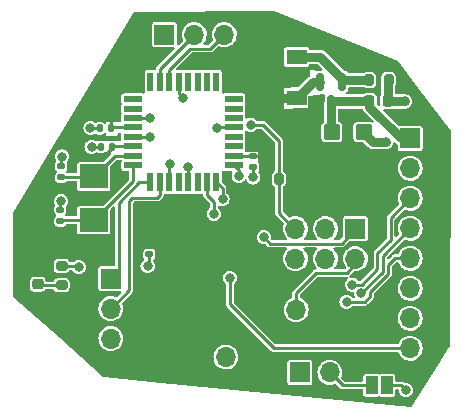
<source format=gbr>
%TF.GenerationSoftware,KiCad,Pcbnew,(6.0.7-1)-1*%
%TF.CreationDate,2023-01-08T16:55:42-05:00*%
%TF.ProjectId,atmega328,61746d65-6761-4333-9238-2e6b69636164,rev?*%
%TF.SameCoordinates,Original*%
%TF.FileFunction,Copper,L1,Top*%
%TF.FilePolarity,Positive*%
%FSLAX46Y46*%
G04 Gerber Fmt 4.6, Leading zero omitted, Abs format (unit mm)*
G04 Created by KiCad (PCBNEW (6.0.7-1)-1) date 2023-01-08 16:55:42*
%MOMM*%
%LPD*%
G01*
G04 APERTURE LIST*
G04 Aperture macros list*
%AMRoundRect*
0 Rectangle with rounded corners*
0 $1 Rounding radius*
0 $2 $3 $4 $5 $6 $7 $8 $9 X,Y pos of 4 corners*
0 Add a 4 corners polygon primitive as box body*
4,1,4,$2,$3,$4,$5,$6,$7,$8,$9,$2,$3,0*
0 Add four circle primitives for the rounded corners*
1,1,$1+$1,$2,$3*
1,1,$1+$1,$4,$5*
1,1,$1+$1,$6,$7*
1,1,$1+$1,$8,$9*
0 Add four rect primitives between the rounded corners*
20,1,$1+$1,$2,$3,$4,$5,0*
20,1,$1+$1,$4,$5,$6,$7,0*
20,1,$1+$1,$6,$7,$8,$9,0*
20,1,$1+$1,$8,$9,$2,$3,0*%
G04 Aperture macros list end*
%TA.AperFunction,SMDPad,CuDef*%
%ADD10RoundRect,0.140000X-0.170000X0.140000X-0.170000X-0.140000X0.170000X-0.140000X0.170000X0.140000X0*%
%TD*%
%TA.AperFunction,SMDPad,CuDef*%
%ADD11RoundRect,0.140000X0.140000X0.170000X-0.140000X0.170000X-0.140000X-0.170000X0.140000X-0.170000X0*%
%TD*%
%TA.AperFunction,SMDPad,CuDef*%
%ADD12R,1.000000X1.500000*%
%TD*%
%TA.AperFunction,ComponentPad*%
%ADD13R,1.700000X1.700000*%
%TD*%
%TA.AperFunction,ComponentPad*%
%ADD14O,1.700000X1.700000*%
%TD*%
%TA.AperFunction,SMDPad,CuDef*%
%ADD15RoundRect,0.218750X0.256250X-0.218750X0.256250X0.218750X-0.256250X0.218750X-0.256250X-0.218750X0*%
%TD*%
%TA.AperFunction,SMDPad,CuDef*%
%ADD16RoundRect,0.200000X-0.200000X-0.275000X0.200000X-0.275000X0.200000X0.275000X-0.200000X0.275000X0*%
%TD*%
%TA.AperFunction,ComponentPad*%
%ADD17C,1.700000*%
%TD*%
%TA.AperFunction,SMDPad,CuDef*%
%ADD18R,1.600000X0.550000*%
%TD*%
%TA.AperFunction,SMDPad,CuDef*%
%ADD19R,0.550000X1.600000*%
%TD*%
%TA.AperFunction,SMDPad,CuDef*%
%ADD20RoundRect,0.225000X-0.225000X-0.250000X0.225000X-0.250000X0.225000X0.250000X-0.225000X0.250000X0*%
%TD*%
%TA.AperFunction,SMDPad,CuDef*%
%ADD21RoundRect,0.140000X0.170000X-0.140000X0.170000X0.140000X-0.170000X0.140000X-0.170000X-0.140000X0*%
%TD*%
%TA.AperFunction,SMDPad,CuDef*%
%ADD22RoundRect,0.250000X-0.450000X-0.425000X0.450000X-0.425000X0.450000X0.425000X-0.450000X0.425000X0*%
%TD*%
%TA.AperFunction,SMDPad,CuDef*%
%ADD23RoundRect,0.200000X-0.275000X0.200000X-0.275000X-0.200000X0.275000X-0.200000X0.275000X0.200000X0*%
%TD*%
%TA.AperFunction,SMDPad,CuDef*%
%ADD24R,2.400000X2.000000*%
%TD*%
%TA.AperFunction,SMDPad,CuDef*%
%ADD25RoundRect,0.150000X-0.150000X0.587500X-0.150000X-0.587500X0.150000X-0.587500X0.150000X0.587500X0*%
%TD*%
%TA.AperFunction,SMDPad,CuDef*%
%ADD26R,1.700000X1.300000*%
%TD*%
%TA.AperFunction,ViaPad*%
%ADD27C,0.800000*%
%TD*%
%TA.AperFunction,Conductor*%
%ADD28C,0.250000*%
%TD*%
%TA.AperFunction,Conductor*%
%ADD29C,0.800000*%
%TD*%
G04 APERTURE END LIST*
D10*
%TO.P,C8,1*%
%TO.N,+3V3*%
X139780000Y-104660000D03*
%TO.P,C8,2*%
%TO.N,GND*%
X139780000Y-105620000D03*
%TD*%
D11*
%TO.P,C3,1*%
%TO.N,+3V3*%
X136530000Y-94950000D03*
%TO.P,C3,2*%
%TO.N,GND*%
X135570000Y-94950000D03*
%TD*%
D10*
%TO.P,C5,1*%
%TO.N,+3V3*%
X148600000Y-97270000D03*
%TO.P,C5,2*%
%TO.N,GND*%
X148600000Y-98230000D03*
%TD*%
D11*
%TO.P,C4,1*%
%TO.N,+3V3*%
X136640000Y-96490000D03*
%TO.P,C4,2*%
%TO.N,GND*%
X135680000Y-96490000D03*
%TD*%
D12*
%TO.P,JP1,1,A*%
%TO.N,GND*%
X159900000Y-116700000D03*
%TO.P,JP1,2,B*%
%TO.N,TRM2*%
X158600000Y-116700000D03*
%TD*%
D13*
%TO.P,J1,1,Pin_1*%
%TO.N,GND*%
X141050000Y-87000000D03*
D14*
%TO.P,J1,2,Pin_2*%
%TO.N,TX*%
X143590000Y-87000000D03*
%TO.P,J1,3,Pin_3*%
%TO.N,RX*%
X146130000Y-87000000D03*
%TO.P,J1,4,Pin_4*%
%TO.N,+3V3*%
X148670000Y-87000000D03*
%TD*%
D13*
%TO.P,J5,1,Pin_1*%
%TO.N,Vcc*%
X161867860Y-95778570D03*
D14*
%TO.P,J5,2,Pin_2*%
%TO.N,TRM1*%
X161867860Y-98318570D03*
%TO.P,J5,3,Pin_3*%
%TO.N,U*%
X161867860Y-100858570D03*
%TO.P,J5,4,Pin_4*%
%TO.N,V*%
X161867860Y-103398570D03*
%TO.P,J5,5,Pin_5*%
%TO.N,W*%
X161867860Y-105938570D03*
%TO.P,J5,6,Pin_6*%
%TO.N,GND*%
X161867860Y-108478570D03*
%TO.P,J5,7,Pin_7*%
%TO.N,TRM2*%
X161867860Y-111018570D03*
%TO.P,J5,8,Pin_8*%
%TO.N,PWM*%
X161867860Y-113558570D03*
%TD*%
D15*
%TO.P,D2,1,K*%
%TO.N,Net-(D2-Pad1)*%
X130326800Y-108127700D03*
%TO.P,D2,2,A*%
%TO.N,+3V3*%
X130326800Y-106552700D03*
%TD*%
D16*
%TO.P,R1,1*%
%TO.N,Net-(D1-Pad2)*%
X158384800Y-90834400D03*
%TO.P,R1,2*%
%TO.N,GND*%
X160034800Y-90834400D03*
%TD*%
D17*
%TO.P,J2,1,Pin_1*%
%TO.N,+3V3*%
X143730000Y-114300000D03*
D14*
%TO.P,J2,2,Pin_2*%
%TO.N,GND*%
X146270000Y-114300000D03*
%TD*%
D18*
%TO.P,U1,1,PD3*%
%TO.N,unconnected-(U1-Pad1)*%
X138420000Y-92460000D03*
%TO.P,U1,2,PD4*%
%TO.N,unconnected-(U1-Pad2)*%
X138420000Y-93260000D03*
%TO.P,U1,3,GND*%
%TO.N,GND*%
X138420000Y-94060000D03*
%TO.P,U1,4,VCC*%
%TO.N,+3V3*%
X138420000Y-94860000D03*
%TO.P,U1,5,GND*%
%TO.N,GND*%
X138420000Y-95660000D03*
%TO.P,U1,6,VCC*%
%TO.N,+3V3*%
X138420000Y-96460000D03*
%TO.P,U1,7,XTAL1/PB6*%
%TO.N,XTAL1*%
X138420000Y-97260000D03*
%TO.P,U1,8,XTAL2/PB7*%
%TO.N,XTAL2*%
X138420000Y-98060000D03*
D19*
%TO.P,U1,9,PD5*%
%TO.N,PD5*%
X139870000Y-99510000D03*
%TO.P,U1,10,PD6*%
%TO.N,PD6*%
X140670000Y-99510000D03*
%TO.P,U1,11,PD7*%
%TO.N,PD7*%
X141470000Y-99510000D03*
%TO.P,U1,12,PB0*%
%TO.N,unconnected-(U1-Pad12)*%
X142270000Y-99510000D03*
%TO.P,U1,13,PB1*%
%TO.N,CS*%
X143070000Y-99510000D03*
%TO.P,U1,14,PB2*%
%TO.N,SND*%
X143870000Y-99510000D03*
%TO.P,U1,15,PB3*%
%TO.N,MOSI*%
X144670000Y-99510000D03*
%TO.P,U1,16,PB4*%
%TO.N,MISO*%
X145470000Y-99510000D03*
D18*
%TO.P,U1,17,PB5*%
%TO.N,SCK*%
X146920000Y-98060000D03*
%TO.P,U1,18,AVCC*%
%TO.N,+3V3*%
X146920000Y-97260000D03*
%TO.P,U1,19,ADC6*%
%TO.N,unconnected-(U1-Pad19)*%
X146920000Y-96460000D03*
%TO.P,U1,20,AREF*%
%TO.N,unconnected-(U1-Pad20)*%
X146920000Y-95660000D03*
%TO.P,U1,21,GND*%
%TO.N,GND*%
X146920000Y-94860000D03*
%TO.P,U1,22,ADC7*%
%TO.N,unconnected-(U1-Pad22)*%
X146920000Y-94060000D03*
%TO.P,U1,23,PC0*%
%TO.N,unconnected-(U1-Pad23)*%
X146920000Y-93260000D03*
%TO.P,U1,24,PC1*%
%TO.N,unconnected-(U1-Pad24)*%
X146920000Y-92460000D03*
D19*
%TO.P,U1,25,PC2*%
%TO.N,unconnected-(U1-Pad25)*%
X145470000Y-91010000D03*
%TO.P,U1,26,PC3*%
%TO.N,unconnected-(U1-Pad26)*%
X144670000Y-91010000D03*
%TO.P,U1,27,PC4*%
%TO.N,unconnected-(U1-Pad27)*%
X143870000Y-91010000D03*
%TO.P,U1,28,PC5*%
%TO.N,unconnected-(U1-Pad28)*%
X143070000Y-91010000D03*
%TO.P,U1,29,~{RESET}/PC6*%
%TO.N,RESET*%
X142270000Y-91010000D03*
%TO.P,U1,30,PD0*%
%TO.N,RX*%
X141470000Y-91010000D03*
%TO.P,U1,31,PD1*%
%TO.N,TX*%
X140670000Y-91010000D03*
%TO.P,U1,32,PD2*%
%TO.N,unconnected-(U1-Pad32)*%
X139870000Y-91010000D03*
%TD*%
D20*
%TO.P,C1,1*%
%TO.N,Vcc*%
X158424800Y-92624400D03*
%TO.P,C1,2*%
%TO.N,GND*%
X159974800Y-92624400D03*
%TD*%
D13*
%TO.P,ISP1,1,Pin_1*%
%TO.N,MISO*%
X157235800Y-103434000D03*
D14*
%TO.P,ISP1,2,Pin_2*%
%TO.N,ISP_3V*%
X157235800Y-105974000D03*
%TO.P,ISP1,3,Pin_3*%
%TO.N,SCK*%
X154695800Y-103434000D03*
%TO.P,ISP1,4,Pin_4*%
%TO.N,MOSI*%
X154695800Y-105974000D03*
%TO.P,ISP1,5,Pin_5*%
%TO.N,RESET*%
X152155800Y-103434000D03*
%TO.P,ISP1,6,Pin_6*%
%TO.N,GND*%
X152155800Y-105974000D03*
%TD*%
D21*
%TO.P,C6,1*%
%TO.N,XTAL1*%
X132334800Y-99079400D03*
%TO.P,C6,2*%
%TO.N,GND*%
X132334800Y-98119400D03*
%TD*%
D22*
%TO.P,C2,1*%
%TO.N,Vcc*%
X155224800Y-95249400D03*
%TO.P,C2,2*%
%TO.N,GND*%
X157924800Y-95249400D03*
%TD*%
D16*
%TO.P,R2,1*%
%TO.N,RESET*%
X150750000Y-99200000D03*
%TO.P,R2,2*%
%TO.N,+3V3*%
X152400000Y-99200000D03*
%TD*%
D21*
%TO.P,C7,1*%
%TO.N,XTAL2*%
X132260000Y-102780000D03*
%TO.P,C7,2*%
%TO.N,GND*%
X132260000Y-101820000D03*
%TD*%
D23*
%TO.P,R3,1*%
%TO.N,GND*%
X132349800Y-106574400D03*
%TO.P,R3,2*%
%TO.N,Net-(D2-Pad1)*%
X132349800Y-108224400D03*
%TD*%
D13*
%TO.P,J6,1,Pin_1*%
%TO.N,+3V3*%
X149675000Y-110300000D03*
D14*
%TO.P,J6,2,Pin_2*%
%TO.N,ISP_3V*%
X152215000Y-110300000D03*
%TD*%
D24*
%TO.P,Y1,1,1*%
%TO.N,XTAL1*%
X135084800Y-99014400D03*
%TO.P,Y1,2,2*%
%TO.N,XTAL2*%
X135084800Y-102714400D03*
%TD*%
D25*
%TO.P,Q1,1,G*%
%TO.N,Net-(D1-Pad2)*%
X156124800Y-90996900D03*
%TO.P,Q1,2,S*%
%TO.N,+3V3*%
X154224800Y-90996900D03*
%TO.P,Q1,3,D*%
%TO.N,Vcc*%
X155174800Y-92871900D03*
%TD*%
D26*
%TO.P,D1,1,K*%
%TO.N,+3V3*%
X152250000Y-92400000D03*
%TO.P,D1,2,A*%
%TO.N,Net-(D1-Pad2)*%
X152250000Y-88900000D03*
%TD*%
D13*
%TO.P,J4,1,Pin_1*%
%TO.N,PD5*%
X136524400Y-107660000D03*
D14*
%TO.P,J4,2,Pin_2*%
%TO.N,PD6*%
X136524400Y-110200000D03*
%TO.P,J4,3,Pin_3*%
%TO.N,PD7*%
X136524400Y-112740000D03*
%TD*%
D13*
%TO.P,J3,1,Pin_1*%
%TO.N,TRM1*%
X152525000Y-115600000D03*
D14*
%TO.P,J3,2,Pin_2*%
%TO.N,TRM2*%
X155065000Y-115600000D03*
%TD*%
D27*
%TO.N,W*%
X156480000Y-109619500D03*
%TO.N,V*%
X157722390Y-108888586D03*
%TO.N,U*%
X156940000Y-108170000D03*
%TO.N,GND*%
X139640000Y-106610000D03*
X132300000Y-101100000D03*
X139800000Y-95700000D03*
X134800000Y-94900000D03*
X145540000Y-94930000D03*
X161440000Y-92660000D03*
X133800000Y-106700000D03*
X139800000Y-94100000D03*
X161500000Y-117100000D03*
X132375000Y-97325000D03*
X148590000Y-99090000D03*
X134900000Y-96500000D03*
X159830000Y-96120000D03*
%TO.N,+3V3*%
X140590000Y-104610000D03*
%TO.N,MISO*%
X149480000Y-104160500D03*
X145980000Y-100940000D03*
%TO.N,SCK*%
X147350000Y-98970000D03*
%TO.N,MOSI*%
X145240000Y-102170000D03*
%TO.N,RESET*%
X148370000Y-94630000D03*
X142610000Y-92390000D03*
%TO.N,PD7*%
X141500000Y-98000000D03*
%TO.N,PWM*%
X146600000Y-107600000D03*
%TO.N,CS*%
X143075000Y-98225000D03*
%TD*%
D28*
%TO.N,U*%
X156940000Y-108170000D02*
X156946414Y-108163586D01*
X156946414Y-108163586D02*
X157810994Y-108163586D01*
X157810994Y-108163586D02*
X159100000Y-106874580D01*
X159100000Y-106874580D02*
X159100000Y-106030000D01*
X159100000Y-105530034D02*
X160210017Y-104420017D01*
X159100000Y-106485671D02*
X159100000Y-105530034D01*
X156940000Y-108170000D02*
X157415671Y-108170000D01*
X160210017Y-104420017D02*
X160210017Y-102516413D01*
X160210017Y-102516413D02*
X161867860Y-100858570D01*
%TO.N,W*%
X161867860Y-105938570D02*
X160571430Y-105938570D01*
X160571430Y-105938570D02*
X160000000Y-106510000D01*
X160000000Y-106510000D02*
X160000000Y-107247372D01*
X160000000Y-107247372D02*
X158468686Y-108778686D01*
X158468686Y-108778686D02*
X158468686Y-109167595D01*
X158468686Y-109167595D02*
X158016781Y-109619500D01*
X158016781Y-109619500D02*
X156480000Y-109619500D01*
%TO.N,V*%
X157722390Y-108888586D02*
X159550000Y-107060976D01*
X159550000Y-107060976D02*
X159550000Y-105716430D01*
X159550000Y-105716430D02*
X161867860Y-103398570D01*
%TO.N,+3V3*%
X140590000Y-104610000D02*
X139830000Y-104610000D01*
X139830000Y-104610000D02*
X139780000Y-104660000D01*
D29*
%TO.N,Vcc*%
X155390000Y-92660000D02*
X155152500Y-92897500D01*
X158395000Y-92660000D02*
X155390000Y-92660000D01*
X155152500Y-92897500D02*
X155152500Y-95212500D01*
X161867860Y-95778570D02*
X161078570Y-95778570D01*
X158424800Y-93124800D02*
X158424800Y-92624400D01*
X161078570Y-95778570D02*
X158424800Y-93124800D01*
X155152500Y-95212500D02*
X155210000Y-95270000D01*
D28*
%TO.N,GND*%
X139780000Y-105580000D02*
X139780000Y-106470000D01*
X146920000Y-94860000D02*
X145610000Y-94860000D01*
D29*
X160010000Y-90860000D02*
X160010000Y-92595000D01*
D28*
X161100000Y-116700000D02*
X161500000Y-117100000D01*
X159900000Y-116700000D02*
X161100000Y-116700000D01*
X145610000Y-94860000D02*
X145540000Y-94930000D01*
X132260000Y-101140000D02*
X132300000Y-101100000D01*
D29*
X160010000Y-92595000D02*
X159945000Y-92660000D01*
D28*
X135560000Y-94930000D02*
X134830000Y-94930000D01*
D29*
X159830000Y-96120000D02*
X158760000Y-96120000D01*
D28*
X139780000Y-106470000D02*
X139640000Y-106610000D01*
X138420000Y-94060000D02*
X139760000Y-94060000D01*
X139760000Y-94060000D02*
X139800000Y-94100000D01*
X133695000Y-106595000D02*
X133800000Y-106700000D01*
X139760000Y-95660000D02*
X139800000Y-95700000D01*
X132320000Y-106595000D02*
X133695000Y-106595000D01*
D29*
X159945000Y-92660000D02*
X161440000Y-92660000D01*
D28*
X134930000Y-96530000D02*
X134900000Y-96500000D01*
D29*
X158760000Y-96120000D02*
X157910000Y-95270000D01*
D28*
X135580000Y-96530000D02*
X134930000Y-96530000D01*
X134830000Y-94930000D02*
X134800000Y-94900000D01*
X148590000Y-98270000D02*
X148590000Y-99090000D01*
X132310000Y-98140000D02*
X132310000Y-97390000D01*
X138420000Y-95660000D02*
X139760000Y-95660000D01*
X132260000Y-101840000D02*
X132260000Y-101140000D01*
%TO.N,+3V3*%
X136530000Y-96720000D02*
X135875000Y-97375000D01*
X138420000Y-96460000D02*
X136595000Y-96460000D01*
X146920000Y-97260000D02*
X148540000Y-97260000D01*
X148590000Y-97310000D02*
X149340000Y-97310000D01*
D29*
X153653100Y-90996900D02*
X152250000Y-92400000D01*
X154224800Y-90996900D02*
X153653100Y-90996900D01*
D28*
X138420000Y-94860000D02*
X136590000Y-94860000D01*
X149340000Y-97310000D02*
X149400000Y-97250000D01*
X136530000Y-96525000D02*
X136530000Y-96720000D01*
D29*
X152250000Y-92400000D02*
X150625000Y-92400000D01*
D28*
X136520000Y-94930000D02*
X136520000Y-94170000D01*
%TO.N,XTAL1*%
X136840000Y-97260000D02*
X135060000Y-99040000D01*
X135060000Y-99040000D02*
X132370000Y-99040000D01*
X138420000Y-97260000D02*
X136840000Y-97260000D01*
%TO.N,XTAL2*%
X132325600Y-102714400D02*
X132260000Y-102780000D01*
X135084800Y-102714400D02*
X132325600Y-102714400D01*
X138420000Y-99380000D02*
X135060000Y-102740000D01*
X138420000Y-98060000D02*
X138420000Y-99380000D01*
D29*
%TO.N,Net-(D1-Pad2)*%
X156124800Y-90996900D02*
X156124800Y-90749800D01*
X154275000Y-88900000D02*
X152250000Y-88900000D01*
X156102500Y-91022500D02*
X156102500Y-90677630D01*
X156265000Y-90860000D02*
X156102500Y-91022500D01*
X156124800Y-90749800D02*
X154275000Y-88900000D01*
X158360000Y-90860000D02*
X156265000Y-90860000D01*
D28*
%TO.N,Net-(D2-Pad1)*%
X132320000Y-108245000D02*
X130377500Y-108245000D01*
%TO.N,MISO*%
X156055000Y-104695000D02*
X150014500Y-104695000D01*
X150014500Y-104695000D02*
X149480000Y-104160500D01*
X157230000Y-103520000D02*
X156055000Y-104695000D01*
X145980000Y-100940000D02*
X145980000Y-100020000D01*
X145980000Y-100020000D02*
X145470000Y-99510000D01*
%TO.N,ISP_3V*%
X156500000Y-107200000D02*
X153900000Y-107200000D01*
X152215000Y-108885000D02*
X152215000Y-110300000D01*
X153900000Y-107200000D02*
X152215000Y-108885000D01*
X157235800Y-106464200D02*
X156500000Y-107200000D01*
X157235800Y-105974000D02*
X157235800Y-106464200D01*
%TO.N,SCK*%
X147350000Y-98970000D02*
X147350000Y-98490000D01*
X147350000Y-98490000D02*
X146920000Y-98060000D01*
%TO.N,MOSI*%
X144670000Y-100620000D02*
X144670000Y-99510000D01*
X145240000Y-101190000D02*
X144670000Y-100620000D01*
X145240000Y-102170000D02*
X145240000Y-101190000D01*
%TO.N,RESET*%
X142270000Y-92050000D02*
X142270000Y-91010000D01*
X149380000Y-94630000D02*
X150750000Y-96000000D01*
X150750000Y-99190000D02*
X150750000Y-96000000D01*
X142610000Y-92390000D02*
X142270000Y-92050000D01*
X149380000Y-94630000D02*
X148370000Y-94630000D01*
X150750000Y-102120000D02*
X150750000Y-99190000D01*
X152150000Y-103520000D02*
X150750000Y-102120000D01*
%TO.N,TX*%
X143580000Y-87005000D02*
X140670000Y-89915000D01*
X140670000Y-89915000D02*
X140670000Y-91010000D01*
%TO.N,RX*%
X141470000Y-91010000D02*
X141470000Y-89960000D01*
X144945000Y-88180000D02*
X146120000Y-87005000D01*
X141470000Y-89960000D02*
X143250000Y-88180000D01*
X144945000Y-88180000D02*
X143250000Y-88180000D01*
%TO.N,TRM2*%
X158600000Y-116700000D02*
X156165000Y-116700000D01*
X156165000Y-116700000D02*
X155065000Y-115600000D01*
%TO.N,PD5*%
X136500000Y-107700000D02*
X137200000Y-107000000D01*
X137200000Y-101236400D02*
X138926400Y-99510000D01*
X137200000Y-107000000D02*
X137200000Y-101236400D01*
X138926400Y-99510000D02*
X139870000Y-99510000D01*
%TO.N,PD6*%
X138100000Y-108624400D02*
X138100000Y-101050000D01*
X136524400Y-110200000D02*
X138100000Y-108624400D01*
X138350000Y-100800000D02*
X138100000Y-101050000D01*
X140430000Y-100800000D02*
X138350000Y-100800000D01*
X140670000Y-99510000D02*
X140670000Y-100560000D01*
X140670000Y-100560000D02*
X140430000Y-100800000D01*
%TO.N,PD7*%
X141470000Y-99510000D02*
X141470000Y-98030000D01*
X141470000Y-98030000D02*
X141500000Y-98000000D01*
%TO.N,PWM*%
X146600000Y-109800000D02*
X146600000Y-107600000D01*
X146600000Y-109800000D02*
X150358570Y-113558570D01*
X161867860Y-113558570D02*
X150358570Y-113558570D01*
%TO.N,CS*%
X143070000Y-98230000D02*
X143075000Y-98225000D01*
X143070000Y-99510000D02*
X143070000Y-98230000D01*
%TD*%
%TA.AperFunction,Conductor*%
%TO.N,+3V3*%
G36*
X150318168Y-85007337D02*
G01*
X160796871Y-89239120D01*
X160838886Y-89271367D01*
X162523934Y-91509291D01*
X165283607Y-95174431D01*
X165303518Y-95234524D01*
X165203857Y-113372893D01*
X165188685Y-113425019D01*
X164199155Y-114999915D01*
X162032484Y-118448300D01*
X161985517Y-118487512D01*
X161939218Y-118494178D01*
X140804169Y-116469748D01*
X151474500Y-116469748D01*
X151475448Y-116474512D01*
X151483987Y-116517440D01*
X151486133Y-116528231D01*
X151530448Y-116594552D01*
X151596769Y-116638867D01*
X151606332Y-116640769D01*
X151606334Y-116640770D01*
X151629005Y-116645279D01*
X151655252Y-116650500D01*
X153394748Y-116650500D01*
X153420995Y-116645279D01*
X153443666Y-116640770D01*
X153443668Y-116640769D01*
X153453231Y-116638867D01*
X153519552Y-116594552D01*
X153563867Y-116528231D01*
X153566014Y-116517440D01*
X153574552Y-116474512D01*
X153575500Y-116469748D01*
X153575500Y-115585262D01*
X154009520Y-115585262D01*
X154010526Y-115597244D01*
X154024744Y-115766552D01*
X154026759Y-115790553D01*
X154028092Y-115795201D01*
X154028092Y-115795202D01*
X154080716Y-115978722D01*
X154083544Y-115988586D01*
X154177712Y-116171818D01*
X154305677Y-116333270D01*
X154309357Y-116336402D01*
X154309359Y-116336404D01*
X154371644Y-116389412D01*
X154462564Y-116466791D01*
X154466787Y-116469151D01*
X154466791Y-116469154D01*
X154555383Y-116518666D01*
X154642398Y-116567297D01*
X154646996Y-116568791D01*
X154833724Y-116629463D01*
X154833726Y-116629464D01*
X154838329Y-116630959D01*
X155042894Y-116655351D01*
X155047716Y-116654980D01*
X155047719Y-116654980D01*
X155118259Y-116649552D01*
X155248300Y-116639546D01*
X155446725Y-116584145D01*
X155477164Y-116568769D01*
X155537629Y-116559408D01*
X155591805Y-116587131D01*
X155921731Y-116917057D01*
X155927565Y-116923424D01*
X155952545Y-116953194D01*
X155986205Y-116972627D01*
X155993489Y-116977268D01*
X156025316Y-116999554D01*
X156033684Y-117001796D01*
X156038971Y-117004262D01*
X156044456Y-117006258D01*
X156051955Y-117010588D01*
X156060481Y-117012091D01*
X156060483Y-117012092D01*
X156090216Y-117017334D01*
X156098650Y-117019204D01*
X156136193Y-117029264D01*
X156144822Y-117028509D01*
X156174905Y-117025877D01*
X156183534Y-117025500D01*
X157800500Y-117025500D01*
X157858691Y-117044407D01*
X157894655Y-117093907D01*
X157899500Y-117124500D01*
X157899500Y-117469748D01*
X157911133Y-117528231D01*
X157955448Y-117594552D01*
X158021769Y-117638867D01*
X158031332Y-117640769D01*
X158031334Y-117640770D01*
X158054005Y-117645279D01*
X158080252Y-117650500D01*
X159119748Y-117650500D01*
X159145995Y-117645279D01*
X159168666Y-117640770D01*
X159168668Y-117640769D01*
X159178231Y-117638867D01*
X159194998Y-117627663D01*
X159253884Y-117611054D01*
X159305002Y-117627663D01*
X159321769Y-117638867D01*
X159331332Y-117640769D01*
X159331334Y-117640770D01*
X159354005Y-117645279D01*
X159380252Y-117650500D01*
X160419748Y-117650500D01*
X160445995Y-117645279D01*
X160468666Y-117640770D01*
X160468668Y-117640769D01*
X160478231Y-117638867D01*
X160544552Y-117594552D01*
X160588867Y-117528231D01*
X160600500Y-117469748D01*
X160600500Y-117124500D01*
X160619407Y-117066309D01*
X160668907Y-117030345D01*
X160699500Y-117025500D01*
X160797689Y-117025500D01*
X160855880Y-117044407D01*
X160891844Y-117093907D01*
X160895842Y-117111578D01*
X160914956Y-117256762D01*
X160975464Y-117402841D01*
X161071718Y-117528282D01*
X161197159Y-117624536D01*
X161343238Y-117685044D01*
X161500000Y-117705682D01*
X161656762Y-117685044D01*
X161802841Y-117624536D01*
X161928282Y-117528282D01*
X162024536Y-117402841D01*
X162085044Y-117256762D01*
X162105682Y-117100000D01*
X162085044Y-116943238D01*
X162024536Y-116797159D01*
X161928282Y-116671718D01*
X161802841Y-116575464D01*
X161656762Y-116514956D01*
X161500000Y-116494318D01*
X161420861Y-116504737D01*
X161360702Y-116493587D01*
X161332101Y-116470219D01*
X161318024Y-116453442D01*
X161318021Y-116453440D01*
X161312455Y-116446806D01*
X161278792Y-116427371D01*
X161271511Y-116422732D01*
X161269056Y-116421013D01*
X161239684Y-116400446D01*
X161231316Y-116398204D01*
X161226029Y-116395738D01*
X161220544Y-116393742D01*
X161213045Y-116389412D01*
X161204519Y-116387909D01*
X161204517Y-116387908D01*
X161174784Y-116382666D01*
X161166349Y-116380796D01*
X161137174Y-116372978D01*
X161128807Y-116370736D01*
X161120178Y-116371491D01*
X161090095Y-116374123D01*
X161081466Y-116374500D01*
X160699500Y-116374500D01*
X160641309Y-116355593D01*
X160605345Y-116306093D01*
X160600500Y-116275500D01*
X160600500Y-115930252D01*
X160588867Y-115871769D01*
X160544552Y-115805448D01*
X160478231Y-115761133D01*
X160468668Y-115759231D01*
X160468666Y-115759230D01*
X160445995Y-115754721D01*
X160419748Y-115749500D01*
X159380252Y-115749500D01*
X159354005Y-115754721D01*
X159331334Y-115759230D01*
X159331332Y-115759231D01*
X159321769Y-115761133D01*
X159305002Y-115772337D01*
X159246116Y-115788946D01*
X159194998Y-115772337D01*
X159178231Y-115761133D01*
X159168668Y-115759231D01*
X159168666Y-115759230D01*
X159145995Y-115754721D01*
X159119748Y-115749500D01*
X158080252Y-115749500D01*
X158054005Y-115754721D01*
X158031334Y-115759230D01*
X158031332Y-115759231D01*
X158021769Y-115761133D01*
X157955448Y-115805448D01*
X157911133Y-115871769D01*
X157899500Y-115930252D01*
X157899500Y-116275500D01*
X157880593Y-116333691D01*
X157831093Y-116369655D01*
X157800500Y-116374500D01*
X156340834Y-116374500D01*
X156282643Y-116355593D01*
X156270830Y-116345504D01*
X156053923Y-116128597D01*
X156026146Y-116074080D01*
X156029988Y-116027344D01*
X156041448Y-115992896D01*
X156066505Y-115917570D01*
X156092824Y-115838454D01*
X156092824Y-115838452D01*
X156094351Y-115833863D01*
X156102855Y-115766551D01*
X156119823Y-115632228D01*
X156120171Y-115629474D01*
X156120583Y-115600000D01*
X156120313Y-115597244D01*
X156100952Y-115399780D01*
X156100951Y-115399776D01*
X156100480Y-115394970D01*
X156083859Y-115339917D01*
X156042333Y-115202380D01*
X156040935Y-115197749D01*
X155944218Y-115015849D01*
X155814011Y-114856200D01*
X155665753Y-114733550D01*
X155659002Y-114727965D01*
X155659000Y-114727964D01*
X155655275Y-114724882D01*
X155474055Y-114626897D01*
X155404764Y-114605448D01*
X155281875Y-114567407D01*
X155281871Y-114567406D01*
X155277254Y-114565977D01*
X155272446Y-114565472D01*
X155272443Y-114565471D01*
X155077185Y-114544949D01*
X155077183Y-114544949D01*
X155072369Y-114544443D01*
X155016800Y-114549500D01*
X154872022Y-114562675D01*
X154872017Y-114562676D01*
X154867203Y-114563114D01*
X154669572Y-114621280D01*
X154665288Y-114623519D01*
X154665287Y-114623520D01*
X154654428Y-114629197D01*
X154487002Y-114716726D01*
X154483231Y-114719758D01*
X154330220Y-114842781D01*
X154330217Y-114842783D01*
X154326447Y-114845815D01*
X154323333Y-114849526D01*
X154323332Y-114849527D01*
X154277406Y-114904260D01*
X154194024Y-115003630D01*
X154191689Y-115007878D01*
X154191688Y-115007879D01*
X154184955Y-115020126D01*
X154094776Y-115184162D01*
X154093313Y-115188775D01*
X154093311Y-115188779D01*
X154062647Y-115285446D01*
X154032484Y-115380532D01*
X154031944Y-115385344D01*
X154031944Y-115385345D01*
X154030865Y-115394970D01*
X154009520Y-115585262D01*
X153575500Y-115585262D01*
X153575500Y-114730252D01*
X153570279Y-114704005D01*
X153565770Y-114681334D01*
X153565769Y-114681332D01*
X153563867Y-114671769D01*
X153519552Y-114605448D01*
X153453231Y-114561133D01*
X153443668Y-114559231D01*
X153443666Y-114559230D01*
X153420995Y-114554721D01*
X153394748Y-114549500D01*
X151655252Y-114549500D01*
X151629005Y-114554721D01*
X151606334Y-114559230D01*
X151606332Y-114559231D01*
X151596769Y-114561133D01*
X151530448Y-114605448D01*
X151486133Y-114671769D01*
X151484231Y-114681332D01*
X151484230Y-114681334D01*
X151479721Y-114704005D01*
X151474500Y-114730252D01*
X151474500Y-116469748D01*
X140804169Y-116469748D01*
X135931998Y-116003065D01*
X135875906Y-115978722D01*
X133958312Y-114285262D01*
X145214520Y-114285262D01*
X145217939Y-114325976D01*
X145226285Y-114425361D01*
X145231759Y-114490553D01*
X145233092Y-114495201D01*
X145233092Y-114495202D01*
X145286465Y-114681334D01*
X145288544Y-114688586D01*
X145382712Y-114871818D01*
X145510677Y-115033270D01*
X145514357Y-115036402D01*
X145514359Y-115036404D01*
X145627017Y-115132283D01*
X145667564Y-115166791D01*
X145671787Y-115169151D01*
X145671791Y-115169154D01*
X145788702Y-115234493D01*
X145847398Y-115267297D01*
X145851996Y-115268791D01*
X146038724Y-115329463D01*
X146038726Y-115329464D01*
X146043329Y-115330959D01*
X146247894Y-115355351D01*
X146252716Y-115354980D01*
X146252719Y-115354980D01*
X146320541Y-115349761D01*
X146453300Y-115339546D01*
X146651725Y-115284145D01*
X146656038Y-115281966D01*
X146656044Y-115281964D01*
X146831289Y-115193441D01*
X146831291Y-115193440D01*
X146835610Y-115191258D01*
X146844693Y-115184162D01*
X146994135Y-115067406D01*
X146994139Y-115067402D01*
X146997951Y-115064424D01*
X147039880Y-115015849D01*
X147096113Y-114950701D01*
X147132564Y-114908472D01*
X147151231Y-114875613D01*
X147231934Y-114733550D01*
X147231935Y-114733547D01*
X147234323Y-114729344D01*
X147238521Y-114716726D01*
X147297824Y-114538454D01*
X147297824Y-114538452D01*
X147299351Y-114533863D01*
X147300173Y-114527361D01*
X147324823Y-114332228D01*
X147325171Y-114329474D01*
X147325583Y-114300000D01*
X147305480Y-114094970D01*
X147245935Y-113897749D01*
X147149218Y-113715849D01*
X147019011Y-113556200D01*
X146956425Y-113504424D01*
X146864002Y-113427965D01*
X146864000Y-113427964D01*
X146860275Y-113424882D01*
X146679055Y-113326897D01*
X146615855Y-113307333D01*
X146486875Y-113267407D01*
X146486871Y-113267406D01*
X146482254Y-113265977D01*
X146477446Y-113265472D01*
X146477443Y-113265471D01*
X146282185Y-113244949D01*
X146282183Y-113244949D01*
X146277369Y-113244443D01*
X146217354Y-113249905D01*
X146077022Y-113262675D01*
X146077017Y-113262676D01*
X146072203Y-113263114D01*
X145874572Y-113321280D01*
X145870288Y-113323519D01*
X145870287Y-113323520D01*
X145812865Y-113353540D01*
X145692002Y-113416726D01*
X145688231Y-113419758D01*
X145535220Y-113542781D01*
X145535217Y-113542783D01*
X145531447Y-113545815D01*
X145528333Y-113549526D01*
X145528332Y-113549527D01*
X145459752Y-113631258D01*
X145399024Y-113703630D01*
X145396689Y-113707878D01*
X145396688Y-113707879D01*
X145389955Y-113720126D01*
X145299776Y-113884162D01*
X145298313Y-113888775D01*
X145298311Y-113888779D01*
X145268320Y-113983325D01*
X145237484Y-114080532D01*
X145236944Y-114085344D01*
X145236944Y-114085345D01*
X145235865Y-114094970D01*
X145214520Y-114285262D01*
X133958312Y-114285262D01*
X132191841Y-112725262D01*
X135468920Y-112725262D01*
X135469325Y-112730082D01*
X135482840Y-112891025D01*
X135486159Y-112930553D01*
X135542944Y-113128586D01*
X135637112Y-113311818D01*
X135765077Y-113473270D01*
X135768757Y-113476402D01*
X135768759Y-113476404D01*
X135846752Y-113542781D01*
X135921964Y-113606791D01*
X135926187Y-113609151D01*
X135926191Y-113609154D01*
X135965742Y-113631258D01*
X136101798Y-113707297D01*
X136106396Y-113708791D01*
X136293124Y-113769463D01*
X136293126Y-113769464D01*
X136297729Y-113770959D01*
X136502294Y-113795351D01*
X136507116Y-113794980D01*
X136507119Y-113794980D01*
X136574941Y-113789761D01*
X136707700Y-113779546D01*
X136906125Y-113724145D01*
X136910438Y-113721966D01*
X136910444Y-113721964D01*
X137085689Y-113633441D01*
X137085691Y-113633440D01*
X137090010Y-113631258D01*
X137179494Y-113561346D01*
X137248535Y-113507406D01*
X137248539Y-113507402D01*
X137252351Y-113504424D01*
X137386964Y-113348472D01*
X137397914Y-113329197D01*
X137486334Y-113173550D01*
X137486335Y-113173547D01*
X137488723Y-113169344D01*
X137490500Y-113164004D01*
X137552224Y-112978454D01*
X137552224Y-112978452D01*
X137553751Y-112973863D01*
X137555225Y-112962200D01*
X137579223Y-112772228D01*
X137579571Y-112769474D01*
X137579983Y-112740000D01*
X137565057Y-112587767D01*
X137560352Y-112539780D01*
X137560351Y-112539776D01*
X137559880Y-112534970D01*
X137556581Y-112524041D01*
X137501733Y-112342380D01*
X137500335Y-112337749D01*
X137403618Y-112155849D01*
X137273411Y-111996200D01*
X137265345Y-111989527D01*
X137118402Y-111867965D01*
X137118400Y-111867964D01*
X137114675Y-111864882D01*
X136933455Y-111766897D01*
X136870255Y-111747333D01*
X136741275Y-111707407D01*
X136741271Y-111707406D01*
X136736654Y-111705977D01*
X136731846Y-111705472D01*
X136731843Y-111705471D01*
X136536585Y-111684949D01*
X136536583Y-111684949D01*
X136531769Y-111684443D01*
X136471754Y-111689905D01*
X136331422Y-111702675D01*
X136331417Y-111702676D01*
X136326603Y-111703114D01*
X136128972Y-111761280D01*
X136124688Y-111763519D01*
X136124687Y-111763520D01*
X136113828Y-111769197D01*
X135946402Y-111856726D01*
X135942631Y-111859758D01*
X135789620Y-111982781D01*
X135789617Y-111982783D01*
X135785847Y-111985815D01*
X135782733Y-111989526D01*
X135782732Y-111989527D01*
X135724868Y-112058487D01*
X135653424Y-112143630D01*
X135651089Y-112147878D01*
X135651088Y-112147879D01*
X135644355Y-112160126D01*
X135554176Y-112324162D01*
X135491884Y-112520532D01*
X135491344Y-112525344D01*
X135491344Y-112525345D01*
X135473610Y-112683452D01*
X135468920Y-112725262D01*
X132191841Y-112725262D01*
X128233468Y-109229556D01*
X128202366Y-109176865D01*
X128200000Y-109155350D01*
X128200000Y-108379446D01*
X129651300Y-108379446D01*
X129651909Y-108383290D01*
X129651909Y-108383292D01*
X129665429Y-108468652D01*
X129666849Y-108477620D01*
X129670385Y-108484559D01*
X129670385Y-108484560D01*
X129718335Y-108578666D01*
X129727142Y-108595951D01*
X129821049Y-108689858D01*
X129827986Y-108693393D01*
X129827988Y-108693394D01*
X129914443Y-108737445D01*
X129939380Y-108750151D01*
X129947073Y-108751370D01*
X129947075Y-108751370D01*
X130033708Y-108765091D01*
X130033710Y-108765091D01*
X130037554Y-108765700D01*
X130616046Y-108765700D01*
X130619890Y-108765091D01*
X130619892Y-108765091D01*
X130706525Y-108751370D01*
X130706527Y-108751370D01*
X130714220Y-108750151D01*
X130739157Y-108737445D01*
X130825612Y-108693394D01*
X130825614Y-108693393D01*
X130832551Y-108689858D01*
X130922913Y-108599496D01*
X130977430Y-108571719D01*
X130992917Y-108570500D01*
X131639083Y-108570500D01*
X131697274Y-108589407D01*
X131727293Y-108624555D01*
X131741892Y-108653207D01*
X131746750Y-108662742D01*
X131836458Y-108752450D01*
X131843395Y-108755985D01*
X131843397Y-108755986D01*
X131928708Y-108799454D01*
X131949496Y-108810046D01*
X131957190Y-108811265D01*
X131957191Y-108811265D01*
X132039435Y-108824291D01*
X132039437Y-108824291D01*
X132043281Y-108824900D01*
X132349760Y-108824900D01*
X132656318Y-108824899D01*
X132660161Y-108824290D01*
X132660166Y-108824290D01*
X132697017Y-108818453D01*
X132750104Y-108810046D01*
X132808124Y-108780483D01*
X132856203Y-108755986D01*
X132856205Y-108755985D01*
X132863142Y-108752450D01*
X132952850Y-108662742D01*
X132957709Y-108653207D01*
X133006910Y-108556644D01*
X133006910Y-108556643D01*
X133010446Y-108549704D01*
X133021713Y-108478570D01*
X133024691Y-108459765D01*
X133024691Y-108459763D01*
X133025300Y-108455919D01*
X133025299Y-107992882D01*
X133010446Y-107899096D01*
X132969726Y-107819179D01*
X132956386Y-107792997D01*
X132956385Y-107792995D01*
X132952850Y-107786058D01*
X132863142Y-107696350D01*
X132856205Y-107692815D01*
X132856203Y-107692814D01*
X132757044Y-107642290D01*
X132757043Y-107642290D01*
X132750104Y-107638754D01*
X132742410Y-107637535D01*
X132742409Y-107637535D01*
X132660165Y-107624509D01*
X132660163Y-107624509D01*
X132656319Y-107623900D01*
X132349840Y-107623900D01*
X132043282Y-107623901D01*
X132039439Y-107624510D01*
X132039434Y-107624510D01*
X132002583Y-107630347D01*
X131949496Y-107638754D01*
X131892977Y-107667552D01*
X131843397Y-107692814D01*
X131843395Y-107692815D01*
X131836458Y-107696350D01*
X131746750Y-107786058D01*
X131743215Y-107792995D01*
X131743214Y-107792997D01*
X131706300Y-107865445D01*
X131663035Y-107908710D01*
X131618090Y-107919500D01*
X131093751Y-107919500D01*
X131035560Y-107900593D01*
X130999596Y-107851093D01*
X130995970Y-107835987D01*
X130987970Y-107785475D01*
X130987970Y-107785473D01*
X130986751Y-107777780D01*
X130983215Y-107770840D01*
X130929994Y-107666388D01*
X130929993Y-107666386D01*
X130926458Y-107659449D01*
X130832551Y-107565542D01*
X130825614Y-107562007D01*
X130825612Y-107562006D01*
X130721160Y-107508785D01*
X130721159Y-107508785D01*
X130714220Y-107505249D01*
X130706527Y-107504030D01*
X130706525Y-107504030D01*
X130619892Y-107490309D01*
X130619890Y-107490309D01*
X130616046Y-107489700D01*
X130037554Y-107489700D01*
X130033710Y-107490309D01*
X130033708Y-107490309D01*
X129947075Y-107504030D01*
X129947073Y-107504030D01*
X129939380Y-107505249D01*
X129932441Y-107508785D01*
X129932440Y-107508785D01*
X129827988Y-107562006D01*
X129827986Y-107562007D01*
X129821049Y-107565542D01*
X129727142Y-107659449D01*
X129723607Y-107666386D01*
X129723606Y-107666388D01*
X129670385Y-107770840D01*
X129666849Y-107777780D01*
X129665630Y-107785473D01*
X129665630Y-107785475D01*
X129653959Y-107859166D01*
X129651300Y-107875954D01*
X129651300Y-108379446D01*
X128200000Y-108379446D01*
X128200000Y-106342881D01*
X131674300Y-106342881D01*
X131674301Y-106805918D01*
X131674910Y-106809761D01*
X131674910Y-106809766D01*
X131678433Y-106832011D01*
X131689154Y-106899704D01*
X131717820Y-106955964D01*
X131741093Y-107001639D01*
X131746750Y-107012742D01*
X131836458Y-107102450D01*
X131843395Y-107105985D01*
X131843397Y-107105986D01*
X131894916Y-107132236D01*
X131949496Y-107160046D01*
X131957190Y-107161265D01*
X131957191Y-107161265D01*
X132039435Y-107174291D01*
X132039437Y-107174291D01*
X132043281Y-107174900D01*
X132349760Y-107174900D01*
X132656318Y-107174899D01*
X132660161Y-107174290D01*
X132660166Y-107174290D01*
X132701370Y-107167764D01*
X132750104Y-107160046D01*
X132812444Y-107128282D01*
X132856203Y-107105986D01*
X132856205Y-107105985D01*
X132863142Y-107102450D01*
X132952850Y-107012742D01*
X132958508Y-107001639D01*
X132964157Y-106990551D01*
X132972308Y-106974554D01*
X133015571Y-106931291D01*
X133060517Y-106920500D01*
X133175207Y-106920500D01*
X133233398Y-106939407D01*
X133266670Y-106981613D01*
X133272978Y-106996842D01*
X133272982Y-106996849D01*
X133275464Y-107002841D01*
X133371718Y-107128282D01*
X133497159Y-107224536D01*
X133643238Y-107285044D01*
X133800000Y-107305682D01*
X133956762Y-107285044D01*
X134102841Y-107224536D01*
X134228282Y-107128282D01*
X134324536Y-107002841D01*
X134385044Y-106856762D01*
X134405682Y-106700000D01*
X134385044Y-106543238D01*
X134324536Y-106397159D01*
X134228282Y-106271718D01*
X134102841Y-106175464D01*
X133956762Y-106114956D01*
X133800000Y-106094318D01*
X133643238Y-106114956D01*
X133497159Y-106175464D01*
X133492010Y-106179415D01*
X133401270Y-106249042D01*
X133341003Y-106269500D01*
X133081510Y-106269500D01*
X133023319Y-106250593D01*
X132993300Y-106215445D01*
X132956386Y-106142997D01*
X132956385Y-106142995D01*
X132952850Y-106136058D01*
X132863142Y-106046350D01*
X132856205Y-106042815D01*
X132856203Y-106042814D01*
X132757044Y-105992290D01*
X132757043Y-105992290D01*
X132750104Y-105988754D01*
X132742410Y-105987535D01*
X132742409Y-105987535D01*
X132660165Y-105974509D01*
X132660163Y-105974509D01*
X132656319Y-105973900D01*
X132349840Y-105973900D01*
X132043282Y-105973901D01*
X132039439Y-105974510D01*
X132039434Y-105974510D01*
X132004070Y-105980111D01*
X131949496Y-105988754D01*
X131930944Y-105998207D01*
X131843397Y-106042814D01*
X131843395Y-106042815D01*
X131836458Y-106046350D01*
X131746750Y-106136058D01*
X131743215Y-106142995D01*
X131743214Y-106142997D01*
X131710163Y-106207863D01*
X131689154Y-106249096D01*
X131687935Y-106256790D01*
X131687935Y-106256791D01*
X131676109Y-106331458D01*
X131674300Y-106342881D01*
X128200000Y-106342881D01*
X128200000Y-102127591D01*
X128214270Y-102076387D01*
X128804317Y-101100000D01*
X131694318Y-101100000D01*
X131714956Y-101256762D01*
X131717440Y-101262759D01*
X131720646Y-101270498D01*
X131775464Y-101402841D01*
X131781236Y-101410364D01*
X131781952Y-101412384D01*
X131782658Y-101413607D01*
X131782431Y-101413738D01*
X131801662Y-101468035D01*
X131792421Y-101512469D01*
X131756028Y-101590513D01*
X131749500Y-101640099D01*
X131749501Y-101999900D01*
X131749924Y-102003110D01*
X131749924Y-102003117D01*
X131755039Y-102041974D01*
X131756028Y-102049487D01*
X131759231Y-102056355D01*
X131802342Y-102148807D01*
X131806776Y-102158316D01*
X131878456Y-102229996D01*
X131906233Y-102284513D01*
X131896662Y-102344945D01*
X131878456Y-102370004D01*
X131806776Y-102441684D01*
X131803116Y-102449532D01*
X131803115Y-102449534D01*
X131759231Y-102543644D01*
X131756028Y-102550513D01*
X131749500Y-102600099D01*
X131749501Y-102959900D01*
X131749924Y-102963110D01*
X131749924Y-102963117D01*
X131754904Y-103000950D01*
X131756028Y-103009487D01*
X131770210Y-103039900D01*
X131802109Y-103108307D01*
X131806776Y-103118316D01*
X131891684Y-103203224D01*
X131899532Y-103206884D01*
X131899534Y-103206885D01*
X131946896Y-103228970D01*
X132000513Y-103253972D01*
X132050099Y-103260500D01*
X132259967Y-103260500D01*
X132469900Y-103260499D01*
X132473110Y-103260076D01*
X132473117Y-103260076D01*
X132511975Y-103254961D01*
X132511976Y-103254961D01*
X132519487Y-103253972D01*
X132573104Y-103228970D01*
X132620466Y-103206885D01*
X132620468Y-103206884D01*
X132628316Y-103203224D01*
X132713224Y-103118316D01*
X132723136Y-103097060D01*
X132764862Y-103052313D01*
X132812859Y-103039900D01*
X133585300Y-103039900D01*
X133643491Y-103058807D01*
X133679455Y-103108307D01*
X133684300Y-103138900D01*
X133684300Y-103734148D01*
X133685248Y-103738912D01*
X133693918Y-103782499D01*
X133695933Y-103792631D01*
X133740248Y-103858952D01*
X133806569Y-103903267D01*
X133816132Y-103905169D01*
X133816134Y-103905170D01*
X133838805Y-103909679D01*
X133865052Y-103914900D01*
X136304548Y-103914900D01*
X136330795Y-103909679D01*
X136353466Y-103905170D01*
X136353468Y-103905169D01*
X136363031Y-103903267D01*
X136429352Y-103858952D01*
X136473667Y-103792631D01*
X136475683Y-103782499D01*
X136484352Y-103738912D01*
X136485300Y-103734148D01*
X136485300Y-101816034D01*
X136504207Y-101757843D01*
X136514296Y-101746030D01*
X136705496Y-101554830D01*
X136760013Y-101527053D01*
X136820445Y-101536624D01*
X136863710Y-101579889D01*
X136874500Y-101624834D01*
X136874500Y-106510500D01*
X136855593Y-106568691D01*
X136806093Y-106604655D01*
X136775500Y-106609500D01*
X135654652Y-106609500D01*
X135628405Y-106614721D01*
X135605734Y-106619230D01*
X135605732Y-106619231D01*
X135596169Y-106621133D01*
X135529848Y-106665448D01*
X135485533Y-106731769D01*
X135483631Y-106741332D01*
X135483630Y-106741334D01*
X135480527Y-106756937D01*
X135473900Y-106790252D01*
X135473900Y-108529748D01*
X135479121Y-108555995D01*
X135482249Y-108571719D01*
X135485533Y-108588231D01*
X135529848Y-108654552D01*
X135596169Y-108698867D01*
X135605732Y-108700769D01*
X135605734Y-108700770D01*
X135628405Y-108705279D01*
X135654652Y-108710500D01*
X137314566Y-108710500D01*
X137372757Y-108729407D01*
X137408721Y-108778907D01*
X137408721Y-108840093D01*
X137384570Y-108879504D01*
X137052956Y-109211118D01*
X136998439Y-109238895D01*
X136942880Y-109229404D01*
X136942177Y-109231076D01*
X136937715Y-109229200D01*
X136933455Y-109226897D01*
X136922546Y-109223520D01*
X136741275Y-109167407D01*
X136741271Y-109167406D01*
X136736654Y-109165977D01*
X136731846Y-109165472D01*
X136731843Y-109165471D01*
X136536585Y-109144949D01*
X136536583Y-109144949D01*
X136531769Y-109144443D01*
X136471754Y-109149905D01*
X136331422Y-109162675D01*
X136331417Y-109162676D01*
X136326603Y-109163114D01*
X136128972Y-109221280D01*
X136124688Y-109223519D01*
X136124687Y-109223520D01*
X136087437Y-109242994D01*
X135946402Y-109316726D01*
X135942631Y-109319758D01*
X135789620Y-109442781D01*
X135789617Y-109442783D01*
X135785847Y-109445815D01*
X135782733Y-109449526D01*
X135782732Y-109449527D01*
X135693223Y-109556200D01*
X135653424Y-109603630D01*
X135651089Y-109607878D01*
X135651088Y-109607879D01*
X135644699Y-109619500D01*
X135554176Y-109784162D01*
X135552713Y-109788775D01*
X135552711Y-109788779D01*
X135505153Y-109938704D01*
X135491884Y-109980532D01*
X135491344Y-109985344D01*
X135491344Y-109985345D01*
X135473266Y-110146519D01*
X135468920Y-110185262D01*
X135472201Y-110224335D01*
X135478324Y-110297244D01*
X135486159Y-110390553D01*
X135487492Y-110395201D01*
X135487492Y-110395202D01*
X135516167Y-110495202D01*
X135542944Y-110588586D01*
X135637112Y-110771818D01*
X135765077Y-110933270D01*
X135768757Y-110936402D01*
X135768759Y-110936404D01*
X135807286Y-110969193D01*
X135921964Y-111066791D01*
X135926187Y-111069151D01*
X135926191Y-111069154D01*
X135965742Y-111091258D01*
X136101798Y-111167297D01*
X136106396Y-111168791D01*
X136293124Y-111229463D01*
X136293126Y-111229464D01*
X136297729Y-111230959D01*
X136502294Y-111255351D01*
X136507116Y-111254980D01*
X136507119Y-111254980D01*
X136574941Y-111249761D01*
X136707700Y-111239546D01*
X136906125Y-111184145D01*
X136910438Y-111181966D01*
X136910444Y-111181964D01*
X137085689Y-111093441D01*
X137085691Y-111093440D01*
X137090010Y-111091258D01*
X137118302Y-111069154D01*
X137248535Y-110967406D01*
X137248539Y-110967402D01*
X137252351Y-110964424D01*
X137386964Y-110808472D01*
X137405631Y-110775613D01*
X137486334Y-110633550D01*
X137486335Y-110633547D01*
X137488723Y-110629344D01*
X137491516Y-110620950D01*
X137552224Y-110438454D01*
X137552224Y-110438452D01*
X137553751Y-110433863D01*
X137555225Y-110422200D01*
X137579223Y-110232228D01*
X137579571Y-110229474D01*
X137579983Y-110200000D01*
X137574741Y-110146535D01*
X137560352Y-109999780D01*
X137560351Y-109999776D01*
X137559880Y-109994970D01*
X137556581Y-109984041D01*
X137501733Y-109802380D01*
X137500335Y-109797749D01*
X137495377Y-109788423D01*
X137484751Y-109728170D01*
X137512784Y-109671942D01*
X138317057Y-108867669D01*
X138323425Y-108861834D01*
X138340119Y-108847826D01*
X138353194Y-108836855D01*
X138372629Y-108803192D01*
X138377268Y-108795911D01*
X138378987Y-108793456D01*
X138399554Y-108764084D01*
X138401796Y-108755716D01*
X138404262Y-108750429D01*
X138406258Y-108744944D01*
X138410588Y-108737445D01*
X138417334Y-108699183D01*
X138419204Y-108690749D01*
X138427022Y-108661574D01*
X138429264Y-108653207D01*
X138425877Y-108614495D01*
X138425500Y-108605866D01*
X138425500Y-107600000D01*
X145994318Y-107600000D01*
X146014956Y-107756762D01*
X146075464Y-107902841D01*
X146171718Y-108028282D01*
X146234322Y-108076319D01*
X146235767Y-108077428D01*
X146270423Y-108127852D01*
X146274500Y-108155970D01*
X146274500Y-109781466D01*
X146274123Y-109790095D01*
X146270736Y-109828807D01*
X146272978Y-109837174D01*
X146280796Y-109866349D01*
X146282666Y-109874784D01*
X146287532Y-109902380D01*
X146289412Y-109913045D01*
X146293742Y-109920544D01*
X146295738Y-109926029D01*
X146298204Y-109931316D01*
X146300446Y-109939684D01*
X146316782Y-109963013D01*
X146322732Y-109971511D01*
X146327371Y-109978792D01*
X146346806Y-110012455D01*
X146376571Y-110037431D01*
X146382939Y-110043265D01*
X150115301Y-113775627D01*
X150121135Y-113781994D01*
X150146115Y-113811764D01*
X150179775Y-113831197D01*
X150187059Y-113835838D01*
X150218886Y-113858124D01*
X150227254Y-113860366D01*
X150232541Y-113862832D01*
X150238026Y-113864828D01*
X150245525Y-113869158D01*
X150254051Y-113870661D01*
X150254053Y-113870662D01*
X150283786Y-113875904D01*
X150292220Y-113877774D01*
X150329763Y-113887834D01*
X150368478Y-113884447D01*
X150377107Y-113884070D01*
X160794654Y-113884070D01*
X160852845Y-113902977D01*
X160885987Y-113945703D01*
X160886404Y-113947156D01*
X160980572Y-114130388D01*
X161108537Y-114291840D01*
X161112217Y-114294972D01*
X161112219Y-114294974D01*
X161149496Y-114326699D01*
X161265424Y-114425361D01*
X161269647Y-114427721D01*
X161269651Y-114427724D01*
X161382071Y-114490553D01*
X161445258Y-114525867D01*
X161449856Y-114527361D01*
X161636584Y-114588033D01*
X161636586Y-114588034D01*
X161641189Y-114589529D01*
X161845754Y-114613921D01*
X161850576Y-114613550D01*
X161850579Y-114613550D01*
X161918401Y-114608331D01*
X162051160Y-114598116D01*
X162249585Y-114542715D01*
X162253898Y-114540536D01*
X162253904Y-114540534D01*
X162429149Y-114452011D01*
X162429151Y-114452010D01*
X162433470Y-114449828D01*
X162468803Y-114422223D01*
X162591995Y-114325976D01*
X162591999Y-114325972D01*
X162595811Y-114322994D01*
X162730424Y-114167042D01*
X162749091Y-114134183D01*
X162829794Y-113992120D01*
X162829795Y-113992117D01*
X162832183Y-113987914D01*
X162844311Y-113951458D01*
X162895684Y-113797024D01*
X162895684Y-113797022D01*
X162897211Y-113792433D01*
X162899004Y-113778244D01*
X162922683Y-113590798D01*
X162923031Y-113588044D01*
X162923443Y-113558570D01*
X162922908Y-113553115D01*
X162903812Y-113358350D01*
X162903811Y-113358346D01*
X162903340Y-113353540D01*
X162895991Y-113329197D01*
X162848997Y-113173550D01*
X162843795Y-113156319D01*
X162747078Y-112974419D01*
X162616871Y-112814770D01*
X162558763Y-112766699D01*
X162461862Y-112686535D01*
X162461860Y-112686534D01*
X162458135Y-112683452D01*
X162276915Y-112585467D01*
X162213715Y-112565903D01*
X162084735Y-112525977D01*
X162084731Y-112525976D01*
X162080114Y-112524547D01*
X162075306Y-112524042D01*
X162075303Y-112524041D01*
X161880045Y-112503519D01*
X161880043Y-112503519D01*
X161875229Y-112503013D01*
X161815214Y-112508475D01*
X161674882Y-112521245D01*
X161674877Y-112521246D01*
X161670063Y-112521684D01*
X161472432Y-112579850D01*
X161468148Y-112582089D01*
X161468147Y-112582090D01*
X161457288Y-112587767D01*
X161289862Y-112675296D01*
X161286091Y-112678328D01*
X161133080Y-112801351D01*
X161133077Y-112801353D01*
X161129307Y-112804385D01*
X161126193Y-112808096D01*
X161126192Y-112808097D01*
X161027483Y-112925734D01*
X160996884Y-112962200D01*
X160994549Y-112966448D01*
X160994548Y-112966449D01*
X160987948Y-112978454D01*
X160897636Y-113142732D01*
X160896173Y-113147344D01*
X160896170Y-113147351D01*
X160890888Y-113164004D01*
X160855271Y-113213754D01*
X160796522Y-113233070D01*
X150534404Y-113233070D01*
X150476213Y-113214163D01*
X150464400Y-113204074D01*
X146954496Y-109694170D01*
X146926719Y-109639653D01*
X146925500Y-109624166D01*
X146925500Y-108155970D01*
X146944407Y-108097779D01*
X146964233Y-108077428D01*
X146965679Y-108076319D01*
X147028282Y-108028282D01*
X147124536Y-107902841D01*
X147185044Y-107756762D01*
X147205682Y-107600000D01*
X147185044Y-107443238D01*
X147124536Y-107297159D01*
X147028282Y-107171718D01*
X146902841Y-107075464D01*
X146756762Y-107014956D01*
X146600000Y-106994318D01*
X146443238Y-107014956D01*
X146297159Y-107075464D01*
X146171718Y-107171718D01*
X146075464Y-107297159D01*
X146014956Y-107443238D01*
X145994318Y-107600000D01*
X138425500Y-107600000D01*
X138425500Y-106610000D01*
X139034318Y-106610000D01*
X139054956Y-106766762D01*
X139115464Y-106912841D01*
X139211718Y-107038282D01*
X139337159Y-107134536D01*
X139483238Y-107195044D01*
X139640000Y-107215682D01*
X139796762Y-107195044D01*
X139942841Y-107134536D01*
X140068282Y-107038282D01*
X140164536Y-106912841D01*
X140225044Y-106766762D01*
X140245682Y-106610000D01*
X140225044Y-106453238D01*
X140164536Y-106307159D01*
X140153722Y-106293066D01*
X140125958Y-106256883D01*
X140105500Y-106196616D01*
X140105500Y-106122905D01*
X140124407Y-106064714D01*
X140144432Y-106045035D01*
X140148316Y-106043224D01*
X140233224Y-105958316D01*
X140241138Y-105941346D01*
X140280769Y-105856356D01*
X140280769Y-105856355D01*
X140283972Y-105849487D01*
X140290500Y-105799901D01*
X140290499Y-105440100D01*
X140288580Y-105425517D01*
X140284961Y-105398025D01*
X140284961Y-105398024D01*
X140283972Y-105390513D01*
X140247367Y-105312013D01*
X140236885Y-105289534D01*
X140236884Y-105289532D01*
X140233224Y-105281684D01*
X140148316Y-105196776D01*
X140140468Y-105193116D01*
X140140466Y-105193115D01*
X140046356Y-105149231D01*
X140039487Y-105146028D01*
X139989901Y-105139500D01*
X139780033Y-105139500D01*
X139570100Y-105139501D01*
X139566890Y-105139924D01*
X139566883Y-105139924D01*
X139528025Y-105145039D01*
X139528024Y-105145039D01*
X139520513Y-105146028D01*
X139511796Y-105150093D01*
X139419534Y-105193115D01*
X139419532Y-105193116D01*
X139411684Y-105196776D01*
X139326776Y-105281684D01*
X139323116Y-105289532D01*
X139323115Y-105289534D01*
X139283768Y-105373915D01*
X139276028Y-105390513D01*
X139269500Y-105440099D01*
X139269501Y-105799900D01*
X139276028Y-105849487D01*
X139326776Y-105958316D01*
X139332901Y-105964441D01*
X139335155Y-105967660D01*
X139353043Y-106026173D01*
X139333122Y-106084024D01*
X139314325Y-106102985D01*
X139211718Y-106181718D01*
X139115464Y-106307159D01*
X139054956Y-106453238D01*
X139034318Y-106610000D01*
X138425500Y-106610000D01*
X138425500Y-101225833D01*
X138444407Y-101167642D01*
X138454523Y-101155803D01*
X138455857Y-101154470D01*
X138510384Y-101126713D01*
X138525834Y-101125500D01*
X140411466Y-101125500D01*
X140420095Y-101125877D01*
X140458807Y-101129264D01*
X140496350Y-101119204D01*
X140504784Y-101117334D01*
X140534517Y-101112092D01*
X140534519Y-101112091D01*
X140543045Y-101110588D01*
X140550544Y-101106258D01*
X140556029Y-101104262D01*
X140561316Y-101101796D01*
X140569684Y-101099554D01*
X140601511Y-101077268D01*
X140608795Y-101072627D01*
X140642455Y-101053194D01*
X140667436Y-101023423D01*
X140673270Y-101017056D01*
X140887063Y-100803264D01*
X140893430Y-100797430D01*
X140916556Y-100778025D01*
X140923194Y-100772455D01*
X140942636Y-100738781D01*
X140947261Y-100731522D01*
X140964587Y-100706778D01*
X140964587Y-100706777D01*
X140969554Y-100699684D01*
X140971795Y-100691322D01*
X140974258Y-100686040D01*
X140976257Y-100680546D01*
X140980588Y-100673045D01*
X140987337Y-100634771D01*
X140989206Y-100626344D01*
X140997020Y-100597178D01*
X140999263Y-100588807D01*
X140998898Y-100584641D01*
X141021820Y-100530638D01*
X141074265Y-100499123D01*
X141116027Y-100502596D01*
X141116769Y-100498867D01*
X141175252Y-100510500D01*
X141764748Y-100510500D01*
X141791148Y-100505249D01*
X141813671Y-100500769D01*
X141813673Y-100500768D01*
X141823231Y-100498867D01*
X141831334Y-100493452D01*
X141832115Y-100493129D01*
X141893112Y-100488329D01*
X141907885Y-100493129D01*
X141908666Y-100493452D01*
X141916769Y-100498867D01*
X141926327Y-100500768D01*
X141926329Y-100500769D01*
X141948852Y-100505249D01*
X141975252Y-100510500D01*
X142564748Y-100510500D01*
X142591148Y-100505249D01*
X142613671Y-100500769D01*
X142613673Y-100500768D01*
X142623231Y-100498867D01*
X142631334Y-100493452D01*
X142632115Y-100493129D01*
X142693112Y-100488329D01*
X142707885Y-100493129D01*
X142708666Y-100493452D01*
X142716769Y-100498867D01*
X142726327Y-100500768D01*
X142726329Y-100500769D01*
X142748852Y-100505249D01*
X142775252Y-100510500D01*
X143364748Y-100510500D01*
X143391148Y-100505249D01*
X143413671Y-100500769D01*
X143413673Y-100500768D01*
X143423231Y-100498867D01*
X143431334Y-100493452D01*
X143432115Y-100493129D01*
X143493112Y-100488329D01*
X143507885Y-100493129D01*
X143508666Y-100493452D01*
X143516769Y-100498867D01*
X143526327Y-100500768D01*
X143526329Y-100500769D01*
X143548852Y-100505249D01*
X143575252Y-100510500D01*
X144164748Y-100510500D01*
X144223231Y-100498867D01*
X144223854Y-100501999D01*
X144268611Y-100498476D01*
X144320780Y-100530446D01*
X144344195Y-100586974D01*
X144344500Y-100594741D01*
X144344500Y-100601466D01*
X144344123Y-100610095D01*
X144340736Y-100648807D01*
X144342978Y-100657174D01*
X144350796Y-100686349D01*
X144352666Y-100694783D01*
X144359412Y-100733045D01*
X144363742Y-100740544D01*
X144365738Y-100746029D01*
X144368204Y-100751317D01*
X144370446Y-100759684D01*
X144386939Y-100783238D01*
X144392730Y-100791508D01*
X144397368Y-100798787D01*
X144416806Y-100832455D01*
X144436109Y-100848652D01*
X144446571Y-100857431D01*
X144452939Y-100863265D01*
X144885504Y-101295830D01*
X144913281Y-101350347D01*
X144914500Y-101365834D01*
X144914500Y-101614030D01*
X144895593Y-101672221D01*
X144875768Y-101692571D01*
X144811718Y-101741718D01*
X144715464Y-101867159D01*
X144696332Y-101913348D01*
X144659150Y-102003114D01*
X144654956Y-102013238D01*
X144634318Y-102170000D01*
X144654956Y-102326762D01*
X144715464Y-102472841D01*
X144811718Y-102598282D01*
X144937159Y-102694536D01*
X145083238Y-102755044D01*
X145240000Y-102775682D01*
X145396762Y-102755044D01*
X145542841Y-102694536D01*
X145668282Y-102598282D01*
X145764536Y-102472841D01*
X145825044Y-102326762D01*
X145845682Y-102170000D01*
X145825044Y-102013238D01*
X145820851Y-102003114D01*
X145783668Y-101913348D01*
X145764536Y-101867159D01*
X145668282Y-101741718D01*
X145604233Y-101692571D01*
X145569577Y-101642148D01*
X145565500Y-101614030D01*
X145565500Y-101566449D01*
X145584407Y-101508258D01*
X145633907Y-101472294D01*
X145695093Y-101472294D01*
X145702378Y-101474982D01*
X145823238Y-101525044D01*
X145980000Y-101545682D01*
X146136762Y-101525044D01*
X146282841Y-101464536D01*
X146408282Y-101368282D01*
X146504536Y-101242841D01*
X146565044Y-101096762D01*
X146585682Y-100940000D01*
X146565044Y-100783238D01*
X146504536Y-100637159D01*
X146408282Y-100511718D01*
X146344233Y-100462571D01*
X146309577Y-100412148D01*
X146305500Y-100384030D01*
X146305500Y-100038534D01*
X146305877Y-100029905D01*
X146308509Y-99999822D01*
X146309264Y-99991193D01*
X146299204Y-99953650D01*
X146297334Y-99945216D01*
X146292092Y-99915483D01*
X146292091Y-99915481D01*
X146290588Y-99906955D01*
X146286258Y-99899456D01*
X146284262Y-99893971D01*
X146281796Y-99888684D01*
X146279554Y-99880316D01*
X146257268Y-99848489D01*
X146252627Y-99841205D01*
X146243010Y-99824547D01*
X146233194Y-99807545D01*
X146203429Y-99782569D01*
X146197061Y-99776735D01*
X145974496Y-99554170D01*
X145946719Y-99499653D01*
X145945500Y-99484166D01*
X145945500Y-98690252D01*
X145935980Y-98642392D01*
X145943172Y-98581631D01*
X145984704Y-98536701D01*
X146044714Y-98524764D01*
X146052391Y-98525980D01*
X146100252Y-98535500D01*
X146731835Y-98535500D01*
X146790026Y-98554407D01*
X146825990Y-98603907D01*
X146825990Y-98665093D01*
X146823299Y-98672386D01*
X146773440Y-98792757D01*
X146764956Y-98813238D01*
X146744318Y-98970000D01*
X146764956Y-99126762D01*
X146825464Y-99272841D01*
X146921718Y-99398282D01*
X147047159Y-99494536D01*
X147193238Y-99555044D01*
X147350000Y-99575682D01*
X147506762Y-99555044D01*
X147652841Y-99494536D01*
X147778282Y-99398282D01*
X147796975Y-99373921D01*
X147861864Y-99289356D01*
X147912289Y-99254700D01*
X147973453Y-99256302D01*
X148021995Y-99293549D01*
X148031870Y-99311738D01*
X148062979Y-99386844D01*
X148062982Y-99386850D01*
X148065464Y-99392841D01*
X148161718Y-99518282D01*
X148287159Y-99614536D01*
X148433238Y-99675044D01*
X148590000Y-99695682D01*
X148746762Y-99675044D01*
X148892841Y-99614536D01*
X149018282Y-99518282D01*
X149114536Y-99392841D01*
X149171092Y-99256302D01*
X149172560Y-99252759D01*
X149175044Y-99246762D01*
X149195682Y-99090000D01*
X149175044Y-98933238D01*
X149114536Y-98787159D01*
X149045586Y-98697301D01*
X149025162Y-98639625D01*
X149043031Y-98580252D01*
X149047101Y-98574439D01*
X149053224Y-98568316D01*
X149080826Y-98509123D01*
X149100769Y-98466356D01*
X149100769Y-98466355D01*
X149103972Y-98459487D01*
X149110500Y-98409901D01*
X149110499Y-98050100D01*
X149109964Y-98046030D01*
X149104961Y-98008025D01*
X149104961Y-98008024D01*
X149103972Y-98000513D01*
X149071266Y-97930375D01*
X149056885Y-97899534D01*
X149056884Y-97899532D01*
X149053224Y-97891684D01*
X149008747Y-97847207D01*
X148980970Y-97792690D01*
X148990541Y-97732258D01*
X148995314Y-97724811D01*
X149000000Y-97725000D01*
X149000000Y-96925000D01*
X148007267Y-96925000D01*
X147949076Y-96906093D01*
X147913112Y-96856593D01*
X147910169Y-96806686D01*
X147915767Y-96778541D01*
X147920500Y-96754748D01*
X147920500Y-96165252D01*
X147913146Y-96128282D01*
X147910769Y-96116329D01*
X147910768Y-96116327D01*
X147908867Y-96106769D01*
X147903452Y-96098666D01*
X147903129Y-96097885D01*
X147898329Y-96036888D01*
X147903129Y-96022115D01*
X147903452Y-96021334D01*
X147908867Y-96013231D01*
X147920500Y-95954748D01*
X147920500Y-95365252D01*
X147913146Y-95328282D01*
X147910769Y-95316329D01*
X147910768Y-95316327D01*
X147908867Y-95306769D01*
X147903452Y-95298666D01*
X147903129Y-95297885D01*
X147898329Y-95236888D01*
X147903129Y-95222115D01*
X147903452Y-95221334D01*
X147908867Y-95213231D01*
X147910769Y-95203671D01*
X147914501Y-95194660D01*
X147918314Y-95196239D01*
X147938871Y-95159622D01*
X147994463Y-95134064D01*
X148054460Y-95146064D01*
X148056428Y-95147362D01*
X148062009Y-95150584D01*
X148067159Y-95154536D01*
X148213238Y-95215044D01*
X148370000Y-95235682D01*
X148526762Y-95215044D01*
X148672841Y-95154536D01*
X148798282Y-95058282D01*
X148847429Y-94994233D01*
X148897852Y-94959577D01*
X148925970Y-94955500D01*
X149204166Y-94955500D01*
X149262357Y-94974407D01*
X149274170Y-94984496D01*
X150395504Y-96105830D01*
X150423281Y-96160347D01*
X150424500Y-96175834D01*
X150424500Y-98478786D01*
X150405593Y-98536977D01*
X150370446Y-98566995D01*
X150318600Y-98593412D01*
X150318596Y-98593415D01*
X150311658Y-98596950D01*
X150221950Y-98686658D01*
X150218415Y-98693595D01*
X150218414Y-98693597D01*
X150170742Y-98787159D01*
X150164354Y-98799696D01*
X150163135Y-98807390D01*
X150163135Y-98807391D01*
X150150109Y-98889634D01*
X150149500Y-98893481D01*
X150149501Y-99506518D01*
X150150110Y-99510361D01*
X150150110Y-99510366D01*
X150155947Y-99547217D01*
X150164354Y-99600304D01*
X150171606Y-99614536D01*
X150212952Y-99695682D01*
X150221950Y-99713342D01*
X150311658Y-99803050D01*
X150318596Y-99806585D01*
X150318600Y-99806588D01*
X150370446Y-99833005D01*
X150413710Y-99876270D01*
X150424500Y-99921214D01*
X150424500Y-102101466D01*
X150424123Y-102110095D01*
X150420736Y-102148807D01*
X150422978Y-102157174D01*
X150430796Y-102186349D01*
X150432666Y-102194784D01*
X150437094Y-102219896D01*
X150439412Y-102233045D01*
X150443742Y-102240544D01*
X150445738Y-102246029D01*
X150448204Y-102251316D01*
X150450446Y-102259684D01*
X150463957Y-102278979D01*
X150472732Y-102291511D01*
X150477371Y-102298792D01*
X150496806Y-102332455D01*
X150511640Y-102344902D01*
X150526571Y-102357431D01*
X150532939Y-102363265D01*
X151143558Y-102973884D01*
X151171335Y-103028401D01*
X151167920Y-103073820D01*
X151123284Y-103214532D01*
X151122744Y-103219344D01*
X151122744Y-103219345D01*
X151102330Y-103401346D01*
X151100320Y-103419262D01*
X151117559Y-103624553D01*
X151118892Y-103629201D01*
X151118892Y-103629202D01*
X151170878Y-103810498D01*
X151174344Y-103822586D01*
X151268512Y-104005818D01*
X151396477Y-104167270D01*
X151429187Y-104195108D01*
X151461247Y-104247220D01*
X151456553Y-104308225D01*
X151416898Y-104354821D01*
X151365023Y-104369500D01*
X150190334Y-104369500D01*
X150132143Y-104350593D01*
X150120330Y-104340504D01*
X150103293Y-104323467D01*
X150075516Y-104268950D01*
X150075144Y-104240545D01*
X150085682Y-104160500D01*
X150065044Y-104003738D01*
X150004536Y-103857659D01*
X149908282Y-103732218D01*
X149782841Y-103635964D01*
X149636762Y-103575456D01*
X149505569Y-103558184D01*
X149486434Y-103555665D01*
X149480000Y-103554818D01*
X149473566Y-103555665D01*
X149454431Y-103558184D01*
X149323238Y-103575456D01*
X149177159Y-103635964D01*
X149051718Y-103732218D01*
X148955464Y-103857659D01*
X148894956Y-104003738D01*
X148874318Y-104160500D01*
X148894956Y-104317262D01*
X148955464Y-104463341D01*
X149051718Y-104588782D01*
X149177159Y-104685036D01*
X149323238Y-104745544D01*
X149480000Y-104766182D01*
X149560042Y-104755644D01*
X149620201Y-104766794D01*
X149642967Y-104783793D01*
X149771231Y-104912057D01*
X149777065Y-104918424D01*
X149802045Y-104948194D01*
X149835705Y-104967627D01*
X149842989Y-104972268D01*
X149874816Y-104994554D01*
X149883181Y-104996796D01*
X149888461Y-104999258D01*
X149893952Y-105001257D01*
X149901455Y-105005588D01*
X149939711Y-105012334D01*
X149939728Y-105012337D01*
X149948156Y-105014206D01*
X149977327Y-105022022D01*
X149977330Y-105022022D01*
X149985693Y-105024263D01*
X150024396Y-105020877D01*
X150033025Y-105020500D01*
X151384018Y-105020500D01*
X151442209Y-105039407D01*
X151478173Y-105088907D01*
X151478173Y-105150093D01*
X151446052Y-105196654D01*
X151421026Y-105216775D01*
X151421017Y-105216784D01*
X151417247Y-105219815D01*
X151414133Y-105223526D01*
X151414132Y-105223527D01*
X151300712Y-105358696D01*
X151284824Y-105377630D01*
X151282489Y-105381878D01*
X151282488Y-105381879D01*
X151275755Y-105394126D01*
X151185576Y-105558162D01*
X151184113Y-105562775D01*
X151184111Y-105562779D01*
X151134727Y-105718460D01*
X151123284Y-105754532D01*
X151122744Y-105759344D01*
X151122744Y-105759345D01*
X151101307Y-105950466D01*
X151100320Y-105959262D01*
X151103590Y-105998207D01*
X151114062Y-106122905D01*
X151117559Y-106164553D01*
X151118892Y-106169201D01*
X151118892Y-106169202D01*
X151168694Y-106342881D01*
X151174344Y-106362586D01*
X151268512Y-106545818D01*
X151396477Y-106707270D01*
X151400157Y-106710402D01*
X151400159Y-106710404D01*
X151458157Y-106759764D01*
X151553364Y-106840791D01*
X151557587Y-106843151D01*
X151557591Y-106843154D01*
X151640361Y-106889412D01*
X151733198Y-106941297D01*
X151737796Y-106942791D01*
X151924524Y-107003463D01*
X151924526Y-107003464D01*
X151929129Y-107004959D01*
X152133694Y-107029351D01*
X152138516Y-107028980D01*
X152138519Y-107028980D01*
X152206341Y-107023761D01*
X152339100Y-107013546D01*
X152537525Y-106958145D01*
X152541838Y-106955966D01*
X152541844Y-106955964D01*
X152717089Y-106867441D01*
X152717091Y-106867440D01*
X152721410Y-106865258D01*
X152730110Y-106858461D01*
X152879935Y-106741406D01*
X152879939Y-106741402D01*
X152883751Y-106738424D01*
X152889496Y-106731769D01*
X152964542Y-106644826D01*
X153018364Y-106582472D01*
X153026193Y-106568691D01*
X153117734Y-106407550D01*
X153117735Y-106407547D01*
X153120123Y-106403344D01*
X153122181Y-106397159D01*
X153183624Y-106212454D01*
X153183624Y-106212452D01*
X153185151Y-106207863D01*
X153188954Y-106177764D01*
X153210623Y-106006228D01*
X153210971Y-106003474D01*
X153211383Y-105974000D01*
X153210799Y-105968044D01*
X153191752Y-105773780D01*
X153191751Y-105773776D01*
X153191280Y-105768970D01*
X153131735Y-105571749D01*
X153035018Y-105389849D01*
X152904811Y-105230200D01*
X152901082Y-105227115D01*
X152901076Y-105227109D01*
X152863206Y-105195780D01*
X152830421Y-105144120D01*
X152834263Y-105083055D01*
X152873265Y-105035911D01*
X152926311Y-105020500D01*
X153924018Y-105020500D01*
X153982209Y-105039407D01*
X154018173Y-105088907D01*
X154018173Y-105150093D01*
X153986052Y-105196654D01*
X153961026Y-105216775D01*
X153961017Y-105216784D01*
X153957247Y-105219815D01*
X153954133Y-105223526D01*
X153954132Y-105223527D01*
X153840712Y-105358696D01*
X153824824Y-105377630D01*
X153822489Y-105381878D01*
X153822488Y-105381879D01*
X153815755Y-105394126D01*
X153725576Y-105558162D01*
X153724113Y-105562775D01*
X153724111Y-105562779D01*
X153674727Y-105718460D01*
X153663284Y-105754532D01*
X153662744Y-105759344D01*
X153662744Y-105759345D01*
X153641307Y-105950466D01*
X153640320Y-105959262D01*
X153643590Y-105998207D01*
X153654062Y-106122905D01*
X153657559Y-106164553D01*
X153658892Y-106169201D01*
X153658892Y-106169202D01*
X153708694Y-106342881D01*
X153714344Y-106362586D01*
X153808512Y-106545818D01*
X153935075Y-106705501D01*
X153936477Y-106707270D01*
X153936088Y-106707578D01*
X153961541Y-106759764D01*
X153950915Y-106820020D01*
X153906902Y-106862522D01*
X153875821Y-106871141D01*
X153871193Y-106870736D01*
X153833651Y-106880796D01*
X153825216Y-106882666D01*
X153795483Y-106887908D01*
X153795481Y-106887909D01*
X153786955Y-106889412D01*
X153779456Y-106893742D01*
X153773971Y-106895738D01*
X153768684Y-106898204D01*
X153760316Y-106900446D01*
X153742615Y-106912841D01*
X153728489Y-106922732D01*
X153721208Y-106927371D01*
X153687545Y-106946806D01*
X153676939Y-106959446D01*
X153662569Y-106976571D01*
X153656735Y-106982939D01*
X151997943Y-108641731D01*
X151991576Y-108647565D01*
X151961806Y-108672545D01*
X151945511Y-108700770D01*
X151942373Y-108706205D01*
X151937732Y-108713489D01*
X151915446Y-108745316D01*
X151913204Y-108753684D01*
X151910738Y-108758971D01*
X151908742Y-108764456D01*
X151904412Y-108771955D01*
X151902909Y-108780481D01*
X151902908Y-108780483D01*
X151897666Y-108810216D01*
X151895796Y-108818650D01*
X151885736Y-108856193D01*
X151886491Y-108864822D01*
X151889123Y-108894905D01*
X151889500Y-108903534D01*
X151889500Y-109226761D01*
X151870593Y-109284952D01*
X151827583Y-109318553D01*
X151824216Y-109319913D01*
X151819572Y-109321280D01*
X151815287Y-109323520D01*
X151815285Y-109323521D01*
X151771520Y-109346401D01*
X151637002Y-109416726D01*
X151633231Y-109419758D01*
X151480220Y-109542781D01*
X151480217Y-109542783D01*
X151476447Y-109545815D01*
X151473333Y-109549526D01*
X151473332Y-109549527D01*
X151376293Y-109665174D01*
X151344024Y-109703630D01*
X151341689Y-109707878D01*
X151341688Y-109707879D01*
X151334955Y-109720126D01*
X151244776Y-109884162D01*
X151243313Y-109888775D01*
X151243311Y-109888779D01*
X151212184Y-109986904D01*
X151182484Y-110080532D01*
X151181944Y-110085344D01*
X151181944Y-110085345D01*
X151161862Y-110264385D01*
X151159520Y-110285262D01*
X151159925Y-110290082D01*
X151171999Y-110433863D01*
X151176759Y-110490553D01*
X151178092Y-110495201D01*
X151178092Y-110495202D01*
X151217763Y-110633550D01*
X151233544Y-110688586D01*
X151327712Y-110871818D01*
X151455677Y-111033270D01*
X151459357Y-111036402D01*
X151459359Y-111036404D01*
X151520309Y-111088276D01*
X151612564Y-111166791D01*
X151616787Y-111169151D01*
X151616791Y-111169154D01*
X151656342Y-111191258D01*
X151792398Y-111267297D01*
X151796996Y-111268791D01*
X151983724Y-111329463D01*
X151983726Y-111329464D01*
X151988329Y-111330959D01*
X152192894Y-111355351D01*
X152197716Y-111354980D01*
X152197719Y-111354980D01*
X152265541Y-111349761D01*
X152398300Y-111339546D01*
X152596725Y-111284145D01*
X152601038Y-111281966D01*
X152601044Y-111281964D01*
X152776289Y-111193441D01*
X152776291Y-111193440D01*
X152780610Y-111191258D01*
X152905811Y-111093441D01*
X152939135Y-111067406D01*
X152939139Y-111067402D01*
X152942951Y-111064424D01*
X152995252Y-111003832D01*
X160812380Y-111003832D01*
X160812785Y-111008652D01*
X160827631Y-111185446D01*
X160829619Y-111209123D01*
X160830952Y-111213771D01*
X160830952Y-111213772D01*
X160867124Y-111339917D01*
X160886404Y-111407156D01*
X160980572Y-111590388D01*
X161108537Y-111751840D01*
X161112217Y-111754972D01*
X161112219Y-111754974D01*
X161170241Y-111804354D01*
X161265424Y-111885361D01*
X161269647Y-111887721D01*
X161269651Y-111887724D01*
X161313108Y-111912011D01*
X161445258Y-111985867D01*
X161449856Y-111987361D01*
X161636584Y-112048033D01*
X161636586Y-112048034D01*
X161641189Y-112049529D01*
X161845754Y-112073921D01*
X161850576Y-112073550D01*
X161850579Y-112073550D01*
X161918401Y-112068331D01*
X162051160Y-112058116D01*
X162249585Y-112002715D01*
X162253898Y-112000536D01*
X162253904Y-112000534D01*
X162429149Y-111912011D01*
X162429151Y-111912010D01*
X162433470Y-111909828D01*
X162468803Y-111882223D01*
X162591995Y-111785976D01*
X162591999Y-111785972D01*
X162595811Y-111782994D01*
X162607721Y-111769197D01*
X162680877Y-111684443D01*
X162730424Y-111627042D01*
X162749091Y-111594183D01*
X162829794Y-111452120D01*
X162829795Y-111452117D01*
X162832183Y-111447914D01*
X162845742Y-111407156D01*
X162895684Y-111257024D01*
X162895684Y-111257022D01*
X162897211Y-111252433D01*
X162899004Y-111238244D01*
X162922683Y-111050798D01*
X162923031Y-111048044D01*
X162923443Y-111018570D01*
X162918602Y-110969193D01*
X162903812Y-110818350D01*
X162903811Y-110818346D01*
X162903340Y-110813540D01*
X162843795Y-110616319D01*
X162747078Y-110434419D01*
X162616871Y-110274770D01*
X162558763Y-110226699D01*
X162461862Y-110146535D01*
X162461860Y-110146534D01*
X162458135Y-110143452D01*
X162317019Y-110067151D01*
X162281169Y-110047767D01*
X162281168Y-110047767D01*
X162276915Y-110045467D01*
X162213715Y-110025903D01*
X162084735Y-109985977D01*
X162084731Y-109985976D01*
X162080114Y-109984547D01*
X162075306Y-109984042D01*
X162075303Y-109984041D01*
X161880045Y-109963519D01*
X161880043Y-109963519D01*
X161875229Y-109963013D01*
X161815214Y-109968475D01*
X161674882Y-109981245D01*
X161674877Y-109981246D01*
X161670063Y-109981684D01*
X161472432Y-110039850D01*
X161468148Y-110042089D01*
X161468147Y-110042090D01*
X161449696Y-110051736D01*
X161289862Y-110135296D01*
X161286091Y-110138328D01*
X161133080Y-110261351D01*
X161133077Y-110261353D01*
X161129307Y-110264385D01*
X161126193Y-110268096D01*
X161126192Y-110268097D01*
X161027483Y-110385734D01*
X160996884Y-110422200D01*
X160994549Y-110426448D01*
X160994548Y-110426449D01*
X160987948Y-110438454D01*
X160897636Y-110602732D01*
X160896173Y-110607345D01*
X160896171Y-110607349D01*
X160869034Y-110692896D01*
X160835344Y-110799102D01*
X160834804Y-110803914D01*
X160834804Y-110803915D01*
X160820295Y-110933270D01*
X160812380Y-111003832D01*
X152995252Y-111003832D01*
X153077564Y-110908472D01*
X153096231Y-110875613D01*
X153176934Y-110733550D01*
X153176935Y-110733547D01*
X153179323Y-110729344D01*
X153192882Y-110688586D01*
X153242824Y-110538454D01*
X153242824Y-110538452D01*
X153244351Y-110533863D01*
X153270171Y-110329474D01*
X153270583Y-110300000D01*
X153261224Y-110204544D01*
X153250952Y-110099780D01*
X153250951Y-110099776D01*
X153250480Y-110094970D01*
X153236229Y-110047767D01*
X153210772Y-109963452D01*
X153190935Y-109897749D01*
X153094218Y-109715849D01*
X152964011Y-109556200D01*
X152918424Y-109518487D01*
X152809002Y-109427965D01*
X152809000Y-109427964D01*
X152805275Y-109424882D01*
X152652400Y-109342223D01*
X152628320Y-109329203D01*
X152628319Y-109329203D01*
X152624055Y-109326897D01*
X152610226Y-109322616D01*
X152560229Y-109287349D01*
X152540500Y-109228044D01*
X152540500Y-109060834D01*
X152559407Y-109002643D01*
X152569496Y-108990830D01*
X154005830Y-107554496D01*
X154060347Y-107526719D01*
X154075834Y-107525500D01*
X156481466Y-107525500D01*
X156490093Y-107525877D01*
X156501233Y-107526851D01*
X156508395Y-107527478D01*
X156564717Y-107551384D01*
X156596230Y-107603830D01*
X156590898Y-107664782D01*
X156560035Y-107704643D01*
X156511718Y-107741718D01*
X156415464Y-107867159D01*
X156354956Y-108013238D01*
X156334318Y-108170000D01*
X156354956Y-108326762D01*
X156415464Y-108472841D01*
X156511718Y-108598282D01*
X156637159Y-108694536D01*
X156680366Y-108712433D01*
X156776976Y-108752450D01*
X156783238Y-108755044D01*
X156940000Y-108775682D01*
X156946434Y-108774835D01*
X156946435Y-108774835D01*
X157007037Y-108766857D01*
X157067197Y-108778007D01*
X157109314Y-108822390D01*
X157118111Y-108877932D01*
X157116708Y-108888586D01*
X157137346Y-109045348D01*
X157139830Y-109051345D01*
X157183641Y-109157114D01*
X157188442Y-109218111D01*
X157156472Y-109270280D01*
X157099944Y-109293695D01*
X157092177Y-109294000D01*
X157035970Y-109294000D01*
X156977779Y-109275093D01*
X156957428Y-109255267D01*
X156945199Y-109239329D01*
X156908282Y-109191218D01*
X156782841Y-109094964D01*
X156636762Y-109034456D01*
X156480000Y-109013818D01*
X156323238Y-109034456D01*
X156177159Y-109094964D01*
X156051718Y-109191218D01*
X155955464Y-109316659D01*
X155894956Y-109462738D01*
X155874318Y-109619500D01*
X155894956Y-109776262D01*
X155897440Y-109782259D01*
X155900141Y-109788779D01*
X155955464Y-109922341D01*
X156051718Y-110047782D01*
X156177159Y-110144036D01*
X156323238Y-110204544D01*
X156480000Y-110225182D01*
X156636762Y-110204544D01*
X156782841Y-110144036D01*
X156908282Y-110047782D01*
X156957429Y-109983733D01*
X157007852Y-109949077D01*
X157035970Y-109945000D01*
X157998247Y-109945000D01*
X158006876Y-109945377D01*
X158045588Y-109948764D01*
X158083131Y-109938704D01*
X158091565Y-109936834D01*
X158121298Y-109931592D01*
X158121300Y-109931591D01*
X158129826Y-109930088D01*
X158137325Y-109925758D01*
X158142810Y-109923762D01*
X158148097Y-109921296D01*
X158156465Y-109919054D01*
X158188292Y-109896768D01*
X158195576Y-109892127D01*
X158209372Y-109884162D01*
X158229236Y-109872694D01*
X158254217Y-109842923D01*
X158260051Y-109836556D01*
X158685750Y-109410858D01*
X158692103Y-109405036D01*
X158721880Y-109380050D01*
X158741322Y-109346376D01*
X158745947Y-109339117D01*
X158763273Y-109314373D01*
X158763273Y-109314372D01*
X158768240Y-109307279D01*
X158770481Y-109298917D01*
X158772944Y-109293635D01*
X158774943Y-109288141D01*
X158779274Y-109280640D01*
X158786023Y-109242366D01*
X158787892Y-109233939D01*
X158795708Y-109204768D01*
X158795708Y-109204765D01*
X158797949Y-109196402D01*
X158794563Y-109157698D01*
X158794186Y-109149070D01*
X158794186Y-108954520D01*
X158813093Y-108896329D01*
X158823182Y-108884516D01*
X159243866Y-108463832D01*
X160812380Y-108463832D01*
X160812785Y-108468652D01*
X160823238Y-108593129D01*
X160829619Y-108669123D01*
X160830952Y-108673771D01*
X160830952Y-108673772D01*
X160874113Y-108824291D01*
X160886404Y-108867156D01*
X160980572Y-109050388D01*
X161108537Y-109211840D01*
X161112217Y-109214972D01*
X161112219Y-109214974D01*
X161205075Y-109294000D01*
X161265424Y-109345361D01*
X161269647Y-109347721D01*
X161269651Y-109347724D01*
X161372176Y-109405023D01*
X161445258Y-109445867D01*
X161449856Y-109447361D01*
X161636584Y-109508033D01*
X161636586Y-109508034D01*
X161641189Y-109509529D01*
X161845754Y-109533921D01*
X161850576Y-109533550D01*
X161850579Y-109533550D01*
X161918401Y-109528331D01*
X162051160Y-109518116D01*
X162249585Y-109462715D01*
X162253898Y-109460536D01*
X162253904Y-109460534D01*
X162429149Y-109372011D01*
X162429151Y-109372010D01*
X162433470Y-109369828D01*
X162461762Y-109347724D01*
X162591995Y-109245976D01*
X162591999Y-109245972D01*
X162595811Y-109242994D01*
X162599350Y-109238895D01*
X162669940Y-109157114D01*
X162730424Y-109087042D01*
X162750703Y-109051345D01*
X162829794Y-108912120D01*
X162829795Y-108912117D01*
X162832183Y-108907914D01*
X162835078Y-108899214D01*
X162895684Y-108717024D01*
X162895684Y-108717022D01*
X162897211Y-108712433D01*
X162898685Y-108700770D01*
X162922683Y-108510798D01*
X162923031Y-108508044D01*
X162923443Y-108478570D01*
X162923173Y-108475814D01*
X162903812Y-108278350D01*
X162903811Y-108278346D01*
X162903340Y-108273540D01*
X162843795Y-108076319D01*
X162747078Y-107894419D01*
X162616871Y-107734770D01*
X162566155Y-107692814D01*
X162461862Y-107606535D01*
X162461860Y-107606534D01*
X162458135Y-107603452D01*
X162276915Y-107505467D01*
X162147457Y-107465393D01*
X162084735Y-107445977D01*
X162084731Y-107445976D01*
X162080114Y-107444547D01*
X162075306Y-107444042D01*
X162075303Y-107444041D01*
X161880045Y-107423519D01*
X161880043Y-107423519D01*
X161875229Y-107423013D01*
X161815214Y-107428475D01*
X161674882Y-107441245D01*
X161674877Y-107441246D01*
X161670063Y-107441684D01*
X161472432Y-107499850D01*
X161468148Y-107502089D01*
X161468147Y-107502090D01*
X161457288Y-107507767D01*
X161289862Y-107595296D01*
X161286091Y-107598328D01*
X161133080Y-107721351D01*
X161133077Y-107721353D01*
X161129307Y-107724385D01*
X161126193Y-107728096D01*
X161126192Y-107728097D01*
X161004475Y-107873154D01*
X160996884Y-107882200D01*
X160994549Y-107886448D01*
X160994548Y-107886449D01*
X160983366Y-107906790D01*
X160897636Y-108062732D01*
X160835344Y-108259102D01*
X160834804Y-108263914D01*
X160834804Y-108263915D01*
X160813268Y-108455919D01*
X160812380Y-108463832D01*
X159243866Y-108463832D01*
X160217057Y-107490641D01*
X160223425Y-107484806D01*
X160235365Y-107474787D01*
X160253194Y-107459827D01*
X160272629Y-107426164D01*
X160277268Y-107418883D01*
X160283315Y-107410247D01*
X160299554Y-107387056D01*
X160301796Y-107378688D01*
X160304262Y-107373401D01*
X160306258Y-107367916D01*
X160310588Y-107360417D01*
X160317334Y-107322155D01*
X160319204Y-107313721D01*
X160327022Y-107284546D01*
X160329264Y-107276179D01*
X160325877Y-107237467D01*
X160325500Y-107228838D01*
X160325500Y-106685834D01*
X160344407Y-106627643D01*
X160354496Y-106615830D01*
X160677260Y-106293066D01*
X160731777Y-106265289D01*
X160747264Y-106264070D01*
X160794654Y-106264070D01*
X160852845Y-106282977D01*
X160885987Y-106325703D01*
X160886404Y-106327156D01*
X160980572Y-106510388D01*
X161108537Y-106671840D01*
X161112217Y-106674972D01*
X161112219Y-106674974D01*
X161178953Y-106731769D01*
X161265424Y-106805361D01*
X161269647Y-106807721D01*
X161269651Y-106807724D01*
X161345879Y-106850326D01*
X161445258Y-106905867D01*
X161449856Y-106907361D01*
X161636584Y-106968033D01*
X161636586Y-106968034D01*
X161641189Y-106969529D01*
X161845754Y-106993921D01*
X161850576Y-106993550D01*
X161850579Y-106993550D01*
X161918401Y-106988331D01*
X162051160Y-106978116D01*
X162249585Y-106922715D01*
X162253898Y-106920536D01*
X162253904Y-106920534D01*
X162429149Y-106832011D01*
X162429151Y-106832010D01*
X162433470Y-106829828D01*
X162446024Y-106820020D01*
X162591995Y-106705976D01*
X162591999Y-106705972D01*
X162595811Y-106702994D01*
X162619761Y-106675248D01*
X162666471Y-106621133D01*
X162730424Y-106547042D01*
X162751183Y-106510500D01*
X162829794Y-106372120D01*
X162829795Y-106372117D01*
X162832183Y-106367914D01*
X162833956Y-106362586D01*
X162895684Y-106177024D01*
X162895684Y-106177022D01*
X162897211Y-106172433D01*
X162898207Y-106164553D01*
X162922683Y-105970798D01*
X162923031Y-105968044D01*
X162923082Y-105964439D01*
X162923404Y-105941346D01*
X162923443Y-105938570D01*
X162914882Y-105851256D01*
X162903812Y-105738350D01*
X162903811Y-105738346D01*
X162903340Y-105733540D01*
X162843795Y-105536319D01*
X162747078Y-105354419D01*
X162616871Y-105194770D01*
X162550574Y-105139924D01*
X162461862Y-105066535D01*
X162461860Y-105066534D01*
X162458135Y-105063452D01*
X162321522Y-104989586D01*
X162281169Y-104967767D01*
X162281168Y-104967767D01*
X162276915Y-104965467D01*
X162194570Y-104939977D01*
X162084735Y-104905977D01*
X162084731Y-104905976D01*
X162080114Y-104904547D01*
X162075306Y-104904042D01*
X162075303Y-104904041D01*
X161880045Y-104883519D01*
X161880043Y-104883519D01*
X161875229Y-104883013D01*
X161815214Y-104888475D01*
X161674882Y-104901245D01*
X161674877Y-104901246D01*
X161670063Y-104901684D01*
X161472432Y-104959850D01*
X161468148Y-104962089D01*
X161468147Y-104962090D01*
X161457556Y-104967627D01*
X161289862Y-105055296D01*
X161286091Y-105058328D01*
X161133080Y-105181351D01*
X161133077Y-105181353D01*
X161129307Y-105184385D01*
X161126193Y-105188096D01*
X161126192Y-105188097D01*
X161017544Y-105317579D01*
X160996884Y-105342200D01*
X160994549Y-105346448D01*
X160994548Y-105346449D01*
X160989858Y-105354980D01*
X160897636Y-105522732D01*
X160896173Y-105527344D01*
X160896170Y-105527351D01*
X160890888Y-105544004D01*
X160855271Y-105593754D01*
X160796522Y-105613070D01*
X160589964Y-105613070D01*
X160581335Y-105612693D01*
X160551252Y-105610061D01*
X160542623Y-105609306D01*
X160534256Y-105611548D01*
X160505081Y-105619366D01*
X160496646Y-105621236D01*
X160466913Y-105626478D01*
X160466911Y-105626479D01*
X160458385Y-105627982D01*
X160450886Y-105632312D01*
X160445401Y-105634308D01*
X160440114Y-105636774D01*
X160431746Y-105639016D01*
X160402374Y-105659583D01*
X160399919Y-105661302D01*
X160392638Y-105665941D01*
X160358975Y-105685376D01*
X160353408Y-105692011D01*
X160333999Y-105715141D01*
X160328165Y-105721509D01*
X160044504Y-106005170D01*
X159989987Y-106032947D01*
X159929555Y-106023376D01*
X159886290Y-105980111D01*
X159875500Y-105935166D01*
X159875500Y-105892264D01*
X159894407Y-105834073D01*
X159904496Y-105822260D01*
X161339147Y-104387609D01*
X161393664Y-104359832D01*
X161445079Y-104366418D01*
X161445258Y-104365867D01*
X161448175Y-104366815D01*
X161448176Y-104366815D01*
X161497111Y-104382715D01*
X161636584Y-104428033D01*
X161636586Y-104428034D01*
X161641189Y-104429529D01*
X161845754Y-104453921D01*
X161850576Y-104453550D01*
X161850579Y-104453550D01*
X161918401Y-104448331D01*
X162051160Y-104438116D01*
X162249585Y-104382715D01*
X162253898Y-104380536D01*
X162253904Y-104380534D01*
X162429149Y-104292011D01*
X162429151Y-104292010D01*
X162433470Y-104289828D01*
X162439405Y-104285191D01*
X162591995Y-104165976D01*
X162591999Y-104165972D01*
X162595811Y-104162994D01*
X162603518Y-104154066D01*
X162681807Y-104063366D01*
X162730424Y-104007042D01*
X162783307Y-103913952D01*
X162829794Y-103832120D01*
X162829795Y-103832117D01*
X162832183Y-103827914D01*
X162833956Y-103822586D01*
X162895684Y-103637024D01*
X162895684Y-103637022D01*
X162897211Y-103632433D01*
X162898207Y-103624553D01*
X162922683Y-103430798D01*
X162923031Y-103428044D01*
X162923087Y-103424082D01*
X162923404Y-103401346D01*
X162923443Y-103398570D01*
X162921527Y-103379024D01*
X162903812Y-103198350D01*
X162903811Y-103198346D01*
X162903340Y-103193540D01*
X162877607Y-103108307D01*
X162850390Y-103018162D01*
X162843795Y-102996319D01*
X162747078Y-102814419D01*
X162616871Y-102654770D01*
X162554703Y-102603340D01*
X162461862Y-102526535D01*
X162461860Y-102526534D01*
X162458135Y-102523452D01*
X162306806Y-102441629D01*
X162281169Y-102427767D01*
X162281168Y-102427767D01*
X162276915Y-102425467D01*
X162194570Y-102399977D01*
X162084735Y-102365977D01*
X162084731Y-102365976D01*
X162080114Y-102364547D01*
X162075306Y-102364042D01*
X162075303Y-102364041D01*
X161880045Y-102343519D01*
X161880043Y-102343519D01*
X161875229Y-102343013D01*
X161815214Y-102348475D01*
X161674882Y-102361245D01*
X161674877Y-102361246D01*
X161670063Y-102361684D01*
X161472432Y-102419850D01*
X161468148Y-102422089D01*
X161468147Y-102422090D01*
X161457288Y-102427767D01*
X161289862Y-102515296D01*
X161286091Y-102518328D01*
X161133080Y-102641351D01*
X161133077Y-102641353D01*
X161129307Y-102644385D01*
X161126193Y-102648096D01*
X161126192Y-102648097D01*
X161036453Y-102755044D01*
X160996884Y-102802200D01*
X160994549Y-102806448D01*
X160994548Y-102806449D01*
X160987815Y-102818696D01*
X160897636Y-102982732D01*
X160896173Y-102987345D01*
X160896171Y-102987349D01*
X160854626Y-103118316D01*
X160835344Y-103179102D01*
X160834804Y-103183914D01*
X160834804Y-103183915D01*
X160830270Y-103224342D01*
X160812380Y-103383832D01*
X160815355Y-103419262D01*
X160825584Y-103541068D01*
X160829619Y-103589123D01*
X160886404Y-103787156D01*
X160888618Y-103791464D01*
X160898400Y-103810498D01*
X160908181Y-103870897D01*
X160880351Y-103925753D01*
X160704521Y-104101583D01*
X160650004Y-104129360D01*
X160589572Y-104119789D01*
X160546307Y-104076524D01*
X160535517Y-104031579D01*
X160535517Y-102692247D01*
X160554424Y-102634056D01*
X160564513Y-102622243D01*
X161339147Y-101847609D01*
X161393664Y-101819832D01*
X161445079Y-101826418D01*
X161445258Y-101825867D01*
X161448175Y-101826815D01*
X161448176Y-101826815D01*
X161497111Y-101842715D01*
X161636584Y-101888033D01*
X161636586Y-101888034D01*
X161641189Y-101889529D01*
X161845754Y-101913921D01*
X161850576Y-101913550D01*
X161850579Y-101913550D01*
X161918401Y-101908331D01*
X162051160Y-101898116D01*
X162249585Y-101842715D01*
X162253898Y-101840536D01*
X162253904Y-101840534D01*
X162429149Y-101752011D01*
X162429151Y-101752010D01*
X162433470Y-101749828D01*
X162438331Y-101746030D01*
X162591995Y-101625976D01*
X162591999Y-101625972D01*
X162595811Y-101622994D01*
X162603549Y-101614030D01*
X162681579Y-101523630D01*
X162730424Y-101467042D01*
X162760705Y-101413738D01*
X162829794Y-101292120D01*
X162829795Y-101292117D01*
X162832183Y-101287914D01*
X162837137Y-101273024D01*
X162895684Y-101097024D01*
X162895684Y-101097022D01*
X162897211Y-101092433D01*
X162923031Y-100888044D01*
X162923443Y-100858570D01*
X162921527Y-100839024D01*
X162903812Y-100658350D01*
X162903811Y-100658346D01*
X162903340Y-100653540D01*
X162900205Y-100643154D01*
X162845193Y-100460950D01*
X162843795Y-100456319D01*
X162747078Y-100274419D01*
X162616871Y-100114770D01*
X162590110Y-100092631D01*
X162461862Y-99986535D01*
X162461860Y-99986534D01*
X162458135Y-99983452D01*
X162276915Y-99885467D01*
X162196408Y-99860546D01*
X162084735Y-99825977D01*
X162084731Y-99825976D01*
X162080114Y-99824547D01*
X162075306Y-99824042D01*
X162075303Y-99824041D01*
X161880045Y-99803519D01*
X161880043Y-99803519D01*
X161875229Y-99803013D01*
X161815214Y-99808475D01*
X161674882Y-99821245D01*
X161674877Y-99821246D01*
X161670063Y-99821684D01*
X161472432Y-99879850D01*
X161468148Y-99882089D01*
X161468147Y-99882090D01*
X161420585Y-99906955D01*
X161289862Y-99975296D01*
X161286091Y-99978328D01*
X161133080Y-100101351D01*
X161133077Y-100101353D01*
X161129307Y-100104385D01*
X161126193Y-100108096D01*
X161126192Y-100108097D01*
X161036574Y-100214900D01*
X160996884Y-100262200D01*
X160994549Y-100266448D01*
X160994548Y-100266449D01*
X160987815Y-100278696D01*
X160897636Y-100442732D01*
X160896173Y-100447345D01*
X160896171Y-100447349D01*
X160864943Y-100545794D01*
X160835344Y-100639102D01*
X160834804Y-100643914D01*
X160834804Y-100643915D01*
X160813032Y-100838022D01*
X160812380Y-100843832D01*
X160829619Y-101049123D01*
X160886404Y-101247156D01*
X160888618Y-101251464D01*
X160898400Y-101270498D01*
X160908181Y-101330897D01*
X160880351Y-101385753D01*
X159992960Y-102273144D01*
X159986593Y-102278978D01*
X159956823Y-102303958D01*
X159940371Y-102332455D01*
X159937390Y-102337618D01*
X159932749Y-102344902D01*
X159910463Y-102376729D01*
X159908221Y-102385097D01*
X159905755Y-102390384D01*
X159903759Y-102395869D01*
X159899429Y-102403368D01*
X159897926Y-102411894D01*
X159897925Y-102411896D01*
X159895127Y-102427767D01*
X159893068Y-102439448D01*
X159892683Y-102441629D01*
X159890813Y-102450064D01*
X159884710Y-102472841D01*
X159880753Y-102487606D01*
X159881508Y-102496235D01*
X159884140Y-102526318D01*
X159884517Y-102534947D01*
X159884517Y-104244183D01*
X159865610Y-104302374D01*
X159855521Y-104314187D01*
X158882943Y-105286765D01*
X158876576Y-105292599D01*
X158846806Y-105317579D01*
X158830138Y-105346449D01*
X158827373Y-105351239D01*
X158822732Y-105358523D01*
X158800446Y-105390350D01*
X158798204Y-105398718D01*
X158795738Y-105404005D01*
X158793742Y-105409490D01*
X158789412Y-105416989D01*
X158787909Y-105425515D01*
X158787908Y-105425517D01*
X158782666Y-105455250D01*
X158780796Y-105463684D01*
X158770736Y-105501227D01*
X158771491Y-105509856D01*
X158774123Y-105539939D01*
X158774500Y-105548568D01*
X158774500Y-106698746D01*
X158755593Y-106756937D01*
X158745504Y-106768750D01*
X157705164Y-107809090D01*
X157650647Y-107836867D01*
X157635160Y-107838086D01*
X157491050Y-107838086D01*
X157432859Y-107819179D01*
X157412508Y-107799354D01*
X157372231Y-107746864D01*
X157372230Y-107746863D01*
X157368282Y-107741718D01*
X157242841Y-107645464D01*
X157096762Y-107584956D01*
X156962301Y-107567254D01*
X156946434Y-107565165D01*
X156940000Y-107564318D01*
X156933566Y-107565165D01*
X156833004Y-107578404D01*
X156772843Y-107567254D01*
X156730726Y-107522871D01*
X156722740Y-107462209D01*
X156750079Y-107410247D01*
X157105797Y-107054530D01*
X157160313Y-107026753D01*
X157187519Y-107026230D01*
X157213694Y-107029351D01*
X157218516Y-107028980D01*
X157218519Y-107028980D01*
X157286341Y-107023761D01*
X157419100Y-107013546D01*
X157617525Y-106958145D01*
X157621838Y-106955966D01*
X157621844Y-106955964D01*
X157797089Y-106867441D01*
X157797091Y-106867440D01*
X157801410Y-106865258D01*
X157810110Y-106858461D01*
X157959935Y-106741406D01*
X157959939Y-106741402D01*
X157963751Y-106738424D01*
X157969496Y-106731769D01*
X158044542Y-106644826D01*
X158098364Y-106582472D01*
X158106193Y-106568691D01*
X158197734Y-106407550D01*
X158197735Y-106407547D01*
X158200123Y-106403344D01*
X158202181Y-106397159D01*
X158263624Y-106212454D01*
X158263624Y-106212452D01*
X158265151Y-106207863D01*
X158268954Y-106177764D01*
X158290623Y-106006228D01*
X158290971Y-106003474D01*
X158291383Y-105974000D01*
X158290799Y-105968044D01*
X158271752Y-105773780D01*
X158271751Y-105773776D01*
X158271280Y-105768970D01*
X158211735Y-105571749D01*
X158115018Y-105389849D01*
X157984811Y-105230200D01*
X157946519Y-105198522D01*
X157829802Y-105101965D01*
X157829800Y-105101964D01*
X157826075Y-105098882D01*
X157709612Y-105035911D01*
X157649109Y-105003197D01*
X157649108Y-105003197D01*
X157644855Y-105000897D01*
X157544355Y-104969787D01*
X157452675Y-104941407D01*
X157452671Y-104941406D01*
X157448054Y-104939977D01*
X157443246Y-104939472D01*
X157443243Y-104939471D01*
X157247985Y-104918949D01*
X157247983Y-104918949D01*
X157243169Y-104918443D01*
X157183154Y-104923905D01*
X157042822Y-104936675D01*
X157042817Y-104936676D01*
X157038003Y-104937114D01*
X156840372Y-104995280D01*
X156836088Y-104997519D01*
X156836087Y-104997520D01*
X156804174Y-105014204D01*
X156657802Y-105090726D01*
X156654031Y-105093758D01*
X156501020Y-105216781D01*
X156501017Y-105216783D01*
X156497247Y-105219815D01*
X156494133Y-105223526D01*
X156494132Y-105223527D01*
X156380712Y-105358696D01*
X156364824Y-105377630D01*
X156362489Y-105381878D01*
X156362488Y-105381879D01*
X156355755Y-105394126D01*
X156265576Y-105558162D01*
X156264113Y-105562775D01*
X156264111Y-105562779D01*
X156214727Y-105718460D01*
X156203284Y-105754532D01*
X156202744Y-105759344D01*
X156202744Y-105759345D01*
X156181307Y-105950466D01*
X156180320Y-105959262D01*
X156183590Y-105998207D01*
X156194062Y-106122905D01*
X156197559Y-106164553D01*
X156198892Y-106169201D01*
X156198892Y-106169202D01*
X156248694Y-106342881D01*
X156254344Y-106362586D01*
X156348512Y-106545818D01*
X156443330Y-106665448D01*
X156446416Y-106669342D01*
X156467743Y-106726690D01*
X156451289Y-106785622D01*
X156438834Y-106800839D01*
X156394171Y-106845503D01*
X156339655Y-106873281D01*
X156324167Y-106874500D01*
X155522528Y-106874500D01*
X155464337Y-106855593D01*
X155428373Y-106806093D01*
X155428373Y-106744907D01*
X155447585Y-106710812D01*
X155504542Y-106644826D01*
X155558364Y-106582472D01*
X155566193Y-106568691D01*
X155657734Y-106407550D01*
X155657735Y-106407547D01*
X155660123Y-106403344D01*
X155662181Y-106397159D01*
X155723624Y-106212454D01*
X155723624Y-106212452D01*
X155725151Y-106207863D01*
X155728954Y-106177764D01*
X155750623Y-106006228D01*
X155750971Y-106003474D01*
X155751383Y-105974000D01*
X155750799Y-105968044D01*
X155731752Y-105773780D01*
X155731751Y-105773776D01*
X155731280Y-105768970D01*
X155671735Y-105571749D01*
X155575018Y-105389849D01*
X155444811Y-105230200D01*
X155441082Y-105227115D01*
X155441076Y-105227109D01*
X155403206Y-105195780D01*
X155370421Y-105144120D01*
X155374263Y-105083055D01*
X155413265Y-105035911D01*
X155466311Y-105020500D01*
X156036466Y-105020500D01*
X156045095Y-105020877D01*
X156083807Y-105024264D01*
X156121350Y-105014204D01*
X156129784Y-105012334D01*
X156159517Y-105007092D01*
X156159519Y-105007091D01*
X156168045Y-105005588D01*
X156175544Y-105001258D01*
X156181029Y-104999262D01*
X156186316Y-104996796D01*
X156194684Y-104994554D01*
X156226511Y-104972268D01*
X156233795Y-104967627D01*
X156267455Y-104948194D01*
X156292431Y-104918429D01*
X156298265Y-104912061D01*
X156696830Y-104513496D01*
X156751347Y-104485719D01*
X156766834Y-104484500D01*
X158105548Y-104484500D01*
X158131795Y-104479279D01*
X158154466Y-104474770D01*
X158154468Y-104474769D01*
X158164031Y-104472867D01*
X158230352Y-104428552D01*
X158274667Y-104362231D01*
X158279961Y-104335619D01*
X158283612Y-104317262D01*
X158286300Y-104303748D01*
X158286300Y-102564252D01*
X158278798Y-102526535D01*
X158276570Y-102515334D01*
X158276569Y-102515332D01*
X158274667Y-102505769D01*
X158230352Y-102439448D01*
X158164031Y-102395133D01*
X158154468Y-102393231D01*
X158154466Y-102393230D01*
X158131795Y-102388721D01*
X158105548Y-102383500D01*
X156366052Y-102383500D01*
X156339805Y-102388721D01*
X156317134Y-102393230D01*
X156317132Y-102393231D01*
X156307569Y-102395133D01*
X156241248Y-102439448D01*
X156196933Y-102505769D01*
X156195031Y-102515332D01*
X156195030Y-102515334D01*
X156192802Y-102526535D01*
X156185300Y-102564252D01*
X156185300Y-104063366D01*
X156166393Y-104121557D01*
X156156304Y-104133370D01*
X155949170Y-104340504D01*
X155894653Y-104368281D01*
X155879166Y-104369500D01*
X155490936Y-104369500D01*
X155432745Y-104350593D01*
X155396781Y-104301093D01*
X155396781Y-104239907D01*
X155422085Y-104199725D01*
X155423751Y-104198424D01*
X155558364Y-104042472D01*
X155564552Y-104031579D01*
X155657734Y-103867550D01*
X155657735Y-103867547D01*
X155660123Y-103863344D01*
X155662015Y-103857659D01*
X155723624Y-103672454D01*
X155723624Y-103672452D01*
X155725151Y-103667863D01*
X155729495Y-103633481D01*
X155750623Y-103466228D01*
X155750971Y-103463474D01*
X155751383Y-103434000D01*
X155749467Y-103414454D01*
X155731752Y-103233780D01*
X155731751Y-103233776D01*
X155731280Y-103228970D01*
X155714831Y-103174487D01*
X155673133Y-103036380D01*
X155671735Y-103031749D01*
X155575018Y-102849849D01*
X155444811Y-102690200D01*
X155401984Y-102654770D01*
X155289802Y-102561965D01*
X155289800Y-102561964D01*
X155286075Y-102558882D01*
X155126945Y-102472841D01*
X155109109Y-102463197D01*
X155109108Y-102463197D01*
X155104855Y-102460897D01*
X155035564Y-102439448D01*
X154912675Y-102401407D01*
X154912671Y-102401406D01*
X154908054Y-102399977D01*
X154903246Y-102399472D01*
X154903243Y-102399471D01*
X154707985Y-102378949D01*
X154707983Y-102378949D01*
X154703169Y-102378443D01*
X154647600Y-102383500D01*
X154502822Y-102396675D01*
X154502817Y-102396676D01*
X154498003Y-102397114D01*
X154300372Y-102455280D01*
X154296088Y-102457519D01*
X154296087Y-102457520D01*
X154228328Y-102492944D01*
X154117802Y-102550726D01*
X154114031Y-102553758D01*
X153961020Y-102676781D01*
X153961017Y-102676783D01*
X153957247Y-102679815D01*
X153954133Y-102683526D01*
X153954132Y-102683527D01*
X153840712Y-102818696D01*
X153824824Y-102837630D01*
X153822489Y-102841878D01*
X153822488Y-102841879D01*
X153815755Y-102854126D01*
X153725576Y-103018162D01*
X153724113Y-103022775D01*
X153724111Y-103022779D01*
X153693805Y-103118316D01*
X153663284Y-103214532D01*
X153662744Y-103219344D01*
X153662744Y-103219345D01*
X153642330Y-103401346D01*
X153640320Y-103419262D01*
X153657559Y-103624553D01*
X153658892Y-103629201D01*
X153658892Y-103629202D01*
X153710878Y-103810498D01*
X153714344Y-103822586D01*
X153808512Y-104005818D01*
X153936477Y-104167270D01*
X153969187Y-104195108D01*
X154001247Y-104247220D01*
X153996553Y-104308225D01*
X153956898Y-104354821D01*
X153905023Y-104369500D01*
X152950936Y-104369500D01*
X152892745Y-104350593D01*
X152856781Y-104301093D01*
X152856781Y-104239907D01*
X152882085Y-104199725D01*
X152883751Y-104198424D01*
X153018364Y-104042472D01*
X153024552Y-104031579D01*
X153117734Y-103867550D01*
X153117735Y-103867547D01*
X153120123Y-103863344D01*
X153122015Y-103857659D01*
X153183624Y-103672454D01*
X153183624Y-103672452D01*
X153185151Y-103667863D01*
X153189495Y-103633481D01*
X153210623Y-103466228D01*
X153210971Y-103463474D01*
X153211383Y-103434000D01*
X153209467Y-103414454D01*
X153191752Y-103233780D01*
X153191751Y-103233776D01*
X153191280Y-103228970D01*
X153174831Y-103174487D01*
X153133133Y-103036380D01*
X153131735Y-103031749D01*
X153035018Y-102849849D01*
X152904811Y-102690200D01*
X152861984Y-102654770D01*
X152749802Y-102561965D01*
X152749800Y-102561964D01*
X152746075Y-102558882D01*
X152586945Y-102472841D01*
X152569109Y-102463197D01*
X152569108Y-102463197D01*
X152564855Y-102460897D01*
X152495564Y-102439448D01*
X152372675Y-102401407D01*
X152372671Y-102401406D01*
X152368054Y-102399977D01*
X152363246Y-102399472D01*
X152363243Y-102399471D01*
X152167985Y-102378949D01*
X152167983Y-102378949D01*
X152163169Y-102378443D01*
X152107600Y-102383500D01*
X151962822Y-102396675D01*
X151962817Y-102396676D01*
X151958003Y-102397114D01*
X151760372Y-102455280D01*
X151698539Y-102487606D01*
X151683786Y-102495319D01*
X151623458Y-102505523D01*
X151567915Y-102477589D01*
X151104496Y-102014170D01*
X151076719Y-101959653D01*
X151075500Y-101944166D01*
X151075500Y-99921214D01*
X151094407Y-99863023D01*
X151129554Y-99833005D01*
X151181400Y-99806588D01*
X151181404Y-99806585D01*
X151188342Y-99803050D01*
X151278050Y-99713342D01*
X151287049Y-99695682D01*
X151332110Y-99607244D01*
X151332110Y-99607243D01*
X151335646Y-99600304D01*
X151342046Y-99559900D01*
X151349891Y-99510365D01*
X151349891Y-99510363D01*
X151350500Y-99506519D01*
X151350499Y-98893482D01*
X151349327Y-98886078D01*
X151338810Y-98819674D01*
X151335646Y-98799696D01*
X151292236Y-98714500D01*
X151281586Y-98693597D01*
X151281585Y-98693595D01*
X151278050Y-98686658D01*
X151188342Y-98596950D01*
X151181404Y-98593415D01*
X151181400Y-98593412D01*
X151129554Y-98566995D01*
X151086290Y-98523730D01*
X151075500Y-98478786D01*
X151075500Y-98303832D01*
X160812380Y-98303832D01*
X160817056Y-98359512D01*
X160828266Y-98493007D01*
X160829619Y-98509123D01*
X160830952Y-98513771D01*
X160830952Y-98513772D01*
X160880191Y-98685488D01*
X160886404Y-98707156D01*
X160888619Y-98711466D01*
X160907875Y-98748934D01*
X160980572Y-98890388D01*
X161108537Y-99051840D01*
X161112217Y-99054972D01*
X161112219Y-99054974D01*
X161153375Y-99090000D01*
X161265424Y-99185361D01*
X161269647Y-99187721D01*
X161269651Y-99187724D01*
X161375288Y-99246762D01*
X161445258Y-99285867D01*
X161449856Y-99287361D01*
X161636584Y-99348033D01*
X161636586Y-99348034D01*
X161641189Y-99349529D01*
X161845754Y-99373921D01*
X161850576Y-99373550D01*
X161850579Y-99373550D01*
X161918401Y-99368331D01*
X162051160Y-99358116D01*
X162249585Y-99302715D01*
X162253898Y-99300536D01*
X162253904Y-99300534D01*
X162429149Y-99212011D01*
X162429151Y-99212010D01*
X162433470Y-99209828D01*
X162446802Y-99199412D01*
X162591995Y-99085976D01*
X162591999Y-99085972D01*
X162595811Y-99082994D01*
X162730424Y-98927042D01*
X162732817Y-98922830D01*
X162829794Y-98752120D01*
X162829795Y-98752117D01*
X162832183Y-98747914D01*
X162843299Y-98714500D01*
X162895684Y-98557024D01*
X162895684Y-98557022D01*
X162897211Y-98552433D01*
X162899199Y-98536701D01*
X162921582Y-98359512D01*
X162923031Y-98348044D01*
X162923443Y-98318570D01*
X162921236Y-98296058D01*
X162903812Y-98118350D01*
X162903811Y-98118346D01*
X162903340Y-98113540D01*
X162889663Y-98068238D01*
X162850794Y-97939500D01*
X162843795Y-97916319D01*
X162747078Y-97734419D01*
X162616871Y-97574770D01*
X162586796Y-97549890D01*
X162461862Y-97446535D01*
X162461860Y-97446534D01*
X162458135Y-97443452D01*
X162276915Y-97345467D01*
X162190012Y-97318566D01*
X162084735Y-97285977D01*
X162084731Y-97285976D01*
X162080114Y-97284547D01*
X162075306Y-97284042D01*
X162075303Y-97284041D01*
X161880045Y-97263519D01*
X161880043Y-97263519D01*
X161875229Y-97263013D01*
X161815214Y-97268475D01*
X161674882Y-97281245D01*
X161674877Y-97281246D01*
X161670063Y-97281684D01*
X161472432Y-97339850D01*
X161468148Y-97342089D01*
X161468147Y-97342090D01*
X161457288Y-97347767D01*
X161289862Y-97435296D01*
X161286091Y-97438328D01*
X161133080Y-97561351D01*
X161133077Y-97561353D01*
X161129307Y-97564385D01*
X161126193Y-97568096D01*
X161126192Y-97568097D01*
X161001913Y-97716207D01*
X160996884Y-97722200D01*
X160994549Y-97726448D01*
X160994548Y-97726449D01*
X160987815Y-97738696D01*
X160897636Y-97902732D01*
X160896173Y-97907345D01*
X160896171Y-97907349D01*
X160868822Y-97993566D01*
X160835344Y-98099102D01*
X160834804Y-98103914D01*
X160834804Y-98103915D01*
X160813164Y-98296846D01*
X160812380Y-98303832D01*
X151075500Y-98303832D01*
X151075500Y-96018534D01*
X151075877Y-96009905D01*
X151078509Y-95979822D01*
X151079264Y-95971193D01*
X151069204Y-95933650D01*
X151067334Y-95925216D01*
X151062092Y-95895483D01*
X151062091Y-95895481D01*
X151060588Y-95886955D01*
X151056258Y-95879456D01*
X151054262Y-95873971D01*
X151051796Y-95868684D01*
X151049554Y-95860316D01*
X151027268Y-95828489D01*
X151022627Y-95821205D01*
X151007523Y-95795044D01*
X151003194Y-95787545D01*
X150973429Y-95762569D01*
X150967061Y-95756735D01*
X149623269Y-94412943D01*
X149617434Y-94406575D01*
X149614301Y-94402841D01*
X149592455Y-94376806D01*
X149558792Y-94357371D01*
X149551511Y-94352732D01*
X149543673Y-94347244D01*
X149519684Y-94330446D01*
X149511316Y-94328204D01*
X149506029Y-94325738D01*
X149500544Y-94323742D01*
X149493045Y-94319412D01*
X149484519Y-94317909D01*
X149484517Y-94317908D01*
X149454784Y-94312666D01*
X149446349Y-94310796D01*
X149417174Y-94302978D01*
X149408807Y-94300736D01*
X149400178Y-94301491D01*
X149370095Y-94304123D01*
X149361466Y-94304500D01*
X148925970Y-94304500D01*
X148867779Y-94285593D01*
X148847428Y-94265767D01*
X148840519Y-94256762D01*
X148798282Y-94201718D01*
X148672841Y-94105464D01*
X148526762Y-94044956D01*
X148370000Y-94024318D01*
X148213238Y-94044956D01*
X148067159Y-94105464D01*
X148066609Y-94105886D01*
X148009156Y-94118101D01*
X147953259Y-94093217D01*
X147922664Y-94040230D01*
X147920500Y-94019643D01*
X147920500Y-93765252D01*
X147908867Y-93706769D01*
X147903452Y-93698666D01*
X147903129Y-93697885D01*
X147898329Y-93636888D01*
X147903129Y-93622115D01*
X147903452Y-93621334D01*
X147908867Y-93613231D01*
X147920500Y-93554748D01*
X147920500Y-93275000D01*
X151150000Y-93275000D01*
X152666354Y-93256731D01*
X153209322Y-93250189D01*
X153225000Y-93250000D01*
X153225000Y-92266298D01*
X153243907Y-92208107D01*
X153293407Y-92172143D01*
X153315999Y-92167622D01*
X154579771Y-92065154D01*
X154639300Y-92079297D01*
X154679146Y-92125728D01*
X154683775Y-92182811D01*
X154684264Y-92182882D01*
X154683262Y-92189750D01*
X154677140Y-92231718D01*
X154674300Y-92251182D01*
X154674300Y-92500667D01*
X154653842Y-92560934D01*
X154635346Y-92585039D01*
X154627964Y-92594659D01*
X154625484Y-92600647D01*
X154625482Y-92600650D01*
X154585163Y-92697990D01*
X154567456Y-92740738D01*
X154546818Y-92897500D01*
X154547665Y-92903933D01*
X154551153Y-92930427D01*
X154552000Y-92943349D01*
X154552000Y-94378915D01*
X154533093Y-94437106D01*
X154511818Y-94458547D01*
X154509852Y-94460000D01*
X154458724Y-94497764D01*
X154452650Y-94502250D01*
X154448250Y-94508207D01*
X154378121Y-94603154D01*
X154372166Y-94611216D01*
X154327281Y-94739031D01*
X154324300Y-94770566D01*
X154324300Y-95728234D01*
X154327281Y-95759769D01*
X154372166Y-95887584D01*
X154376561Y-95893535D01*
X154376562Y-95893536D01*
X154439994Y-95979415D01*
X154452650Y-95996550D01*
X154458607Y-96000950D01*
X154554419Y-96071718D01*
X154561616Y-96077034D01*
X154689431Y-96121919D01*
X154695438Y-96122487D01*
X154695439Y-96122487D01*
X154718655Y-96124682D01*
X154718665Y-96124682D01*
X154720966Y-96124900D01*
X155728634Y-96124900D01*
X155730935Y-96124682D01*
X155730945Y-96124682D01*
X155754161Y-96122487D01*
X155754162Y-96122487D01*
X155760169Y-96121919D01*
X155887984Y-96077034D01*
X155895182Y-96071718D01*
X155990993Y-96000950D01*
X155996950Y-95996550D01*
X156009606Y-95979415D01*
X156073038Y-95893536D01*
X156073039Y-95893535D01*
X156077434Y-95887584D01*
X156122319Y-95759769D01*
X156125300Y-95728234D01*
X156125300Y-94770566D01*
X156122319Y-94739031D01*
X156077434Y-94611216D01*
X156071480Y-94603154D01*
X156001350Y-94508207D01*
X155996950Y-94502250D01*
X155990993Y-94497850D01*
X155893936Y-94426162D01*
X155893935Y-94426161D01*
X155887984Y-94421766D01*
X155819197Y-94397610D01*
X155770559Y-94360490D01*
X155753000Y-94304202D01*
X155753000Y-93359500D01*
X155771907Y-93301309D01*
X155821407Y-93265345D01*
X155852000Y-93260500D01*
X157764882Y-93260500D01*
X157823073Y-93279407D01*
X157856346Y-93321614D01*
X157900264Y-93427641D01*
X157996518Y-93553082D01*
X158001671Y-93557036D01*
X158022864Y-93573298D01*
X158032601Y-93581836D01*
X158740097Y-94289332D01*
X158767874Y-94343849D01*
X158758303Y-94404281D01*
X158715038Y-94447546D01*
X158654606Y-94457117D01*
X158611275Y-94438969D01*
X158593936Y-94426162D01*
X158593935Y-94426161D01*
X158587984Y-94421766D01*
X158460169Y-94376881D01*
X158454162Y-94376313D01*
X158454161Y-94376313D01*
X158430945Y-94374118D01*
X158430935Y-94374118D01*
X158428634Y-94373900D01*
X157420966Y-94373900D01*
X157418665Y-94374118D01*
X157418655Y-94374118D01*
X157395439Y-94376313D01*
X157395438Y-94376313D01*
X157389431Y-94376881D01*
X157261616Y-94421766D01*
X157255665Y-94426161D01*
X157255664Y-94426162D01*
X157158607Y-94497850D01*
X157152650Y-94502250D01*
X157148250Y-94508207D01*
X157078121Y-94603154D01*
X157072166Y-94611216D01*
X157027281Y-94739031D01*
X157024300Y-94770566D01*
X157024300Y-95728234D01*
X157027281Y-95759769D01*
X157072166Y-95887584D01*
X157076561Y-95893535D01*
X157076562Y-95893536D01*
X157139994Y-95979415D01*
X157152650Y-95996550D01*
X157158607Y-96000950D01*
X157254419Y-96071718D01*
X157261616Y-96077034D01*
X157389431Y-96121919D01*
X157395438Y-96122487D01*
X157395439Y-96122487D01*
X157418655Y-96124682D01*
X157418665Y-96124682D01*
X157420966Y-96124900D01*
X157874657Y-96124900D01*
X157932848Y-96143807D01*
X157944661Y-96153896D01*
X158302964Y-96512199D01*
X158311502Y-96521936D01*
X158331718Y-96548282D01*
X158336871Y-96552236D01*
X158450834Y-96639683D01*
X158450836Y-96639684D01*
X158457159Y-96644536D01*
X158463147Y-96647016D01*
X158463150Y-96647018D01*
X158584388Y-96697236D01*
X158603238Y-96705044D01*
X158760000Y-96725683D01*
X158766433Y-96724836D01*
X158792934Y-96721347D01*
X158805857Y-96720500D01*
X159784151Y-96720500D01*
X159797072Y-96721347D01*
X159830000Y-96725682D01*
X159862928Y-96721347D01*
X159869361Y-96720500D01*
X159871906Y-96720165D01*
X159878340Y-96719318D01*
X159878341Y-96719318D01*
X159911822Y-96714910D01*
X159986762Y-96705044D01*
X160132841Y-96644536D01*
X160258282Y-96548282D01*
X160354536Y-96422841D01*
X160411263Y-96285891D01*
X160412560Y-96282759D01*
X160415044Y-96276762D01*
X160425194Y-96199667D01*
X160451535Y-96144443D01*
X160505306Y-96115248D01*
X160565968Y-96123234D01*
X160593351Y-96142586D01*
X160621534Y-96170769D01*
X160630072Y-96180506D01*
X160650288Y-96206852D01*
X160655441Y-96210806D01*
X160706908Y-96250298D01*
X160775729Y-96303106D01*
X160774395Y-96304844D01*
X160808799Y-96343050D01*
X160817360Y-96383321D01*
X160817360Y-96648318D01*
X160828993Y-96706801D01*
X160873308Y-96773122D01*
X160939629Y-96817437D01*
X160949192Y-96819339D01*
X160949194Y-96819340D01*
X160971865Y-96823849D01*
X160998112Y-96829070D01*
X162737608Y-96829070D01*
X162763855Y-96823849D01*
X162786526Y-96819340D01*
X162786528Y-96819339D01*
X162796091Y-96817437D01*
X162862412Y-96773122D01*
X162906727Y-96706801D01*
X162918360Y-96648318D01*
X162918360Y-94908822D01*
X162906727Y-94850339D01*
X162862412Y-94784018D01*
X162796091Y-94739703D01*
X162786528Y-94737801D01*
X162786526Y-94737800D01*
X162763855Y-94733291D01*
X162737608Y-94728070D01*
X160998112Y-94728070D01*
X160949248Y-94737790D01*
X160888489Y-94730599D01*
X160859931Y-94710696D01*
X159614304Y-93465069D01*
X159586527Y-93410552D01*
X159596098Y-93350120D01*
X159639363Y-93306855D01*
X159699795Y-93297284D01*
X159712466Y-93299291D01*
X159712468Y-93299291D01*
X159716312Y-93299900D01*
X160233288Y-93299900D01*
X160237132Y-93299291D01*
X160237134Y-93299291D01*
X160325231Y-93285338D01*
X160325232Y-93285338D01*
X160332926Y-93284119D01*
X160339866Y-93280583D01*
X160339869Y-93280582D01*
X160358103Y-93271291D01*
X160403049Y-93260500D01*
X161394151Y-93260500D01*
X161407072Y-93261347D01*
X161440000Y-93265682D01*
X161472928Y-93261347D01*
X161479361Y-93260500D01*
X161488324Y-93259320D01*
X161596762Y-93245044D01*
X161605036Y-93241617D01*
X161650155Y-93222928D01*
X161742841Y-93184536D01*
X161868282Y-93088282D01*
X161964536Y-92962841D01*
X162025044Y-92816762D01*
X162045682Y-92660000D01*
X162025044Y-92503238D01*
X161964536Y-92357159D01*
X161868282Y-92231718D01*
X161742841Y-92135464D01*
X161596762Y-92074956D01*
X161479361Y-92059500D01*
X161446434Y-92055165D01*
X161440000Y-92054318D01*
X161407073Y-92058653D01*
X161394151Y-92059500D01*
X160709500Y-92059500D01*
X160651309Y-92040593D01*
X160615345Y-91991093D01*
X160610500Y-91960500D01*
X160610500Y-91277051D01*
X160615345Y-91246459D01*
X160616909Y-91241647D01*
X160620446Y-91234704D01*
X160629227Y-91179262D01*
X160634691Y-91144765D01*
X160634691Y-91144763D01*
X160635300Y-91140919D01*
X160635299Y-90527882D01*
X160631695Y-90505121D01*
X160625552Y-90466338D01*
X160620446Y-90434096D01*
X160562850Y-90321058D01*
X160473142Y-90231350D01*
X160466205Y-90227815D01*
X160466203Y-90227814D01*
X160367044Y-90177290D01*
X160367043Y-90177290D01*
X160360104Y-90173754D01*
X160352410Y-90172535D01*
X160352409Y-90172535D01*
X160270165Y-90159509D01*
X160270163Y-90159509D01*
X160266319Y-90158900D01*
X160034830Y-90158900D01*
X159803282Y-90158901D01*
X159799439Y-90159510D01*
X159799434Y-90159510D01*
X159762583Y-90165347D01*
X159709496Y-90173754D01*
X159686467Y-90185488D01*
X159603397Y-90227814D01*
X159603395Y-90227815D01*
X159596458Y-90231350D01*
X159506750Y-90321058D01*
X159449154Y-90434096D01*
X159434300Y-90527881D01*
X159434300Y-90660988D01*
X159428374Y-90690778D01*
X159429118Y-90690977D01*
X159427438Y-90697245D01*
X159424956Y-90703238D01*
X159409500Y-90820639D01*
X159409500Y-92081263D01*
X159398710Y-92126208D01*
X159344176Y-92233238D01*
X159340081Y-92241274D01*
X159338862Y-92248968D01*
X159338862Y-92248969D01*
X159330488Y-92301842D01*
X159324300Y-92340912D01*
X159324300Y-92907888D01*
X159324909Y-92911732D01*
X159324909Y-92911734D01*
X159326916Y-92924405D01*
X159317345Y-92984837D01*
X159274080Y-93028102D01*
X159213648Y-93037673D01*
X159159131Y-93009896D01*
X159104296Y-92955061D01*
X159076519Y-92900544D01*
X159075300Y-92885057D01*
X159075300Y-92340912D01*
X159069112Y-92301842D01*
X159060738Y-92248969D01*
X159060738Y-92248968D01*
X159059519Y-92241274D01*
X159055983Y-92234334D01*
X159001864Y-92128119D01*
X159001863Y-92128117D01*
X158998328Y-92121180D01*
X158903020Y-92025872D01*
X158896083Y-92022337D01*
X158896081Y-92022336D01*
X158789866Y-91968217D01*
X158789865Y-91968217D01*
X158782926Y-91964681D01*
X158775232Y-91963462D01*
X158775231Y-91963462D01*
X158687134Y-91949509D01*
X158687132Y-91949509D01*
X158683288Y-91948900D01*
X158166312Y-91948900D01*
X158162468Y-91949509D01*
X158162466Y-91949509D01*
X158074369Y-91963462D01*
X158074368Y-91963462D01*
X158066674Y-91964681D01*
X158059735Y-91968217D01*
X158059734Y-91968217D01*
X157953519Y-92022336D01*
X157953517Y-92022337D01*
X157946580Y-92025872D01*
X157941074Y-92031378D01*
X157934766Y-92035961D01*
X157933813Y-92034649D01*
X157887431Y-92058281D01*
X157871944Y-92059500D01*
X156527659Y-92059500D01*
X156469468Y-92040593D01*
X156433504Y-91991093D01*
X156433504Y-91929907D01*
X156470029Y-91880003D01*
X156474310Y-91876938D01*
X156481655Y-91873332D01*
X156564093Y-91790750D01*
X156615336Y-91685918D01*
X156616445Y-91678316D01*
X156616446Y-91678313D01*
X156624783Y-91621163D01*
X156624783Y-91621161D01*
X156625300Y-91617618D01*
X156625300Y-91559500D01*
X156644207Y-91501309D01*
X156693707Y-91465345D01*
X156724300Y-91460500D01*
X157967927Y-91460500D01*
X158012872Y-91471290D01*
X158052556Y-91491510D01*
X158059496Y-91495046D01*
X158067190Y-91496265D01*
X158067191Y-91496265D01*
X158149435Y-91509291D01*
X158149437Y-91509291D01*
X158153281Y-91509900D01*
X158384770Y-91509900D01*
X158616318Y-91509899D01*
X158620161Y-91509290D01*
X158620166Y-91509290D01*
X158657017Y-91503453D01*
X158710104Y-91495046D01*
X158796396Y-91451078D01*
X158816203Y-91440986D01*
X158816205Y-91440985D01*
X158823142Y-91437450D01*
X158912850Y-91347742D01*
X158917394Y-91338825D01*
X158966910Y-91241644D01*
X158966910Y-91241643D01*
X158970446Y-91234704D01*
X158980247Y-91172826D01*
X158984691Y-91144765D01*
X158984691Y-91144763D01*
X158985300Y-91140919D01*
X158985299Y-90527882D01*
X158981695Y-90505121D01*
X158975552Y-90466338D01*
X158970446Y-90434096D01*
X158912850Y-90321058D01*
X158823142Y-90231350D01*
X158816205Y-90227815D01*
X158816203Y-90227814D01*
X158717044Y-90177290D01*
X158717043Y-90177290D01*
X158710104Y-90173754D01*
X158702410Y-90172535D01*
X158702409Y-90172535D01*
X158620165Y-90159509D01*
X158620163Y-90159509D01*
X158616319Y-90158900D01*
X158384830Y-90158900D01*
X158153282Y-90158901D01*
X158149439Y-90159510D01*
X158149434Y-90159510D01*
X158112583Y-90165347D01*
X158059496Y-90173754D01*
X157946458Y-90231350D01*
X157940952Y-90236856D01*
X157935807Y-90240594D01*
X157877618Y-90259500D01*
X156653378Y-90259500D01*
X156595187Y-90240593D01*
X156573880Y-90215271D01*
X156572102Y-90216544D01*
X156567338Y-90209890D01*
X156563732Y-90202545D01*
X156481150Y-90120107D01*
X156376318Y-90068864D01*
X156327225Y-90061702D01*
X156311378Y-90059390D01*
X156255666Y-90031431D01*
X154732036Y-88507801D01*
X154723498Y-88498064D01*
X154707236Y-88476871D01*
X154703282Y-88471718D01*
X154577841Y-88375464D01*
X154431762Y-88314956D01*
X154275000Y-88294318D01*
X154242073Y-88298653D01*
X154229151Y-88299500D01*
X153395522Y-88299500D01*
X153337331Y-88280593D01*
X153301367Y-88231093D01*
X153298424Y-88219814D01*
X153290770Y-88181334D01*
X153290769Y-88181332D01*
X153288867Y-88171769D01*
X153244552Y-88105448D01*
X153178231Y-88061133D01*
X153168668Y-88059231D01*
X153168666Y-88059230D01*
X153145995Y-88054721D01*
X153119748Y-88049500D01*
X151380252Y-88049500D01*
X151354005Y-88054721D01*
X151331334Y-88059230D01*
X151331332Y-88059231D01*
X151321769Y-88061133D01*
X151255448Y-88105448D01*
X151211133Y-88171769D01*
X151199500Y-88230252D01*
X151199500Y-89569748D01*
X151211133Y-89628231D01*
X151255448Y-89694552D01*
X151321769Y-89738867D01*
X151331332Y-89740769D01*
X151331334Y-89740770D01*
X151345005Y-89743489D01*
X151380252Y-89750500D01*
X153119748Y-89750500D01*
X153154995Y-89743489D01*
X153168666Y-89740770D01*
X153168668Y-89740769D01*
X153178231Y-89738867D01*
X153244552Y-89694552D01*
X153288867Y-89628231D01*
X153298424Y-89580186D01*
X153328321Y-89526802D01*
X153383886Y-89501186D01*
X153395522Y-89500500D01*
X153985257Y-89500500D01*
X154043448Y-89519407D01*
X154055261Y-89529496D01*
X154401088Y-89875323D01*
X154428865Y-89929840D01*
X154419294Y-89990272D01*
X154376029Y-90033537D01*
X154330305Y-90044324D01*
X153373660Y-90036778D01*
X153373681Y-90044904D01*
X153374342Y-90298121D01*
X153374718Y-90441791D01*
X153374883Y-90505121D01*
X153356127Y-90563361D01*
X153341325Y-90579666D01*
X152363611Y-91440986D01*
X152352155Y-91451078D01*
X152295993Y-91475356D01*
X152288824Y-91475770D01*
X151150000Y-91500000D01*
X151150000Y-93275000D01*
X147920500Y-93275000D01*
X147920500Y-92965252D01*
X147908867Y-92906769D01*
X147903452Y-92898666D01*
X147903129Y-92897885D01*
X147898329Y-92836888D01*
X147903129Y-92822115D01*
X147903452Y-92821334D01*
X147908867Y-92813231D01*
X147920500Y-92754748D01*
X147920500Y-92165252D01*
X147912638Y-92125728D01*
X147910770Y-92116334D01*
X147910769Y-92116332D01*
X147908867Y-92106769D01*
X147864552Y-92040448D01*
X147798231Y-91996133D01*
X147788668Y-91994231D01*
X147788666Y-91994230D01*
X147765995Y-91989721D01*
X147739748Y-91984500D01*
X146100252Y-91984500D01*
X146052392Y-91994020D01*
X145991631Y-91986828D01*
X145946701Y-91945296D01*
X145934764Y-91885286D01*
X145935980Y-91877608D01*
X145936831Y-91873332D01*
X145945500Y-91829748D01*
X145945500Y-90190252D01*
X145933867Y-90131769D01*
X145889552Y-90065448D01*
X145823231Y-90021133D01*
X145813668Y-90019231D01*
X145813666Y-90019230D01*
X145790995Y-90014721D01*
X145764748Y-90009500D01*
X145175252Y-90009500D01*
X145148852Y-90014751D01*
X145126329Y-90019231D01*
X145126327Y-90019232D01*
X145116769Y-90021133D01*
X145108666Y-90026548D01*
X145107885Y-90026871D01*
X145046888Y-90031671D01*
X145032115Y-90026871D01*
X145031334Y-90026548D01*
X145023231Y-90021133D01*
X145013673Y-90019232D01*
X145013671Y-90019231D01*
X144991148Y-90014751D01*
X144964748Y-90009500D01*
X144375252Y-90009500D01*
X144348852Y-90014751D01*
X144326329Y-90019231D01*
X144326327Y-90019232D01*
X144316769Y-90021133D01*
X144308666Y-90026548D01*
X144307885Y-90026871D01*
X144246888Y-90031671D01*
X144232115Y-90026871D01*
X144231334Y-90026548D01*
X144223231Y-90021133D01*
X144213673Y-90019232D01*
X144213671Y-90019231D01*
X144191148Y-90014751D01*
X144164748Y-90009500D01*
X143575252Y-90009500D01*
X143548852Y-90014751D01*
X143526329Y-90019231D01*
X143526327Y-90019232D01*
X143516769Y-90021133D01*
X143508666Y-90026548D01*
X143507885Y-90026871D01*
X143446888Y-90031671D01*
X143432115Y-90026871D01*
X143431334Y-90026548D01*
X143423231Y-90021133D01*
X143413673Y-90019232D01*
X143413671Y-90019231D01*
X143391148Y-90014751D01*
X143364748Y-90009500D01*
X142775252Y-90009500D01*
X142748852Y-90014751D01*
X142726329Y-90019231D01*
X142726327Y-90019232D01*
X142716769Y-90021133D01*
X142708666Y-90026548D01*
X142707885Y-90026871D01*
X142646888Y-90031671D01*
X142632115Y-90026871D01*
X142631334Y-90026548D01*
X142623231Y-90021133D01*
X142613673Y-90019232D01*
X142613671Y-90019231D01*
X142591148Y-90014751D01*
X142564748Y-90009500D01*
X142119834Y-90009500D01*
X142061643Y-89990593D01*
X142025679Y-89941093D01*
X142025679Y-89879907D01*
X142049830Y-89840496D01*
X143355830Y-88534496D01*
X143410347Y-88506719D01*
X143425834Y-88505500D01*
X144926466Y-88505500D01*
X144935095Y-88505877D01*
X144973807Y-88509264D01*
X144983305Y-88506719D01*
X145011349Y-88499204D01*
X145019784Y-88497334D01*
X145049517Y-88492092D01*
X145049519Y-88492091D01*
X145058045Y-88490588D01*
X145065544Y-88486258D01*
X145071029Y-88484262D01*
X145076316Y-88481796D01*
X145084684Y-88479554D01*
X145116511Y-88457268D01*
X145123795Y-88452627D01*
X145157455Y-88433194D01*
X145182431Y-88403429D01*
X145188265Y-88397061D01*
X145597808Y-87987518D01*
X145652325Y-87959741D01*
X145706241Y-87966650D01*
X145707398Y-87967297D01*
X145711998Y-87968791D01*
X145712001Y-87968793D01*
X145898724Y-88029463D01*
X145898726Y-88029464D01*
X145903329Y-88030959D01*
X146107894Y-88055351D01*
X146112716Y-88054980D01*
X146112719Y-88054980D01*
X146183935Y-88049500D01*
X146313300Y-88039546D01*
X146511725Y-87984145D01*
X146516038Y-87981966D01*
X146516044Y-87981964D01*
X146691289Y-87893441D01*
X146691291Y-87893440D01*
X146695610Y-87891258D01*
X146741801Y-87855170D01*
X146854135Y-87767406D01*
X146854139Y-87767402D01*
X146857951Y-87764424D01*
X146992564Y-87608472D01*
X147094323Y-87429344D01*
X147101217Y-87408622D01*
X147157824Y-87238454D01*
X147157824Y-87238452D01*
X147159351Y-87233863D01*
X147185171Y-87029474D01*
X147185583Y-87000000D01*
X147165480Y-86794970D01*
X147105935Y-86597749D01*
X147009218Y-86415849D01*
X146879011Y-86256200D01*
X146862790Y-86242781D01*
X146724002Y-86127965D01*
X146724000Y-86127964D01*
X146720275Y-86124882D01*
X146539055Y-86026897D01*
X146469764Y-86005448D01*
X146346875Y-85967407D01*
X146346871Y-85967406D01*
X146342254Y-85965977D01*
X146337446Y-85965472D01*
X146337443Y-85965471D01*
X146142185Y-85944949D01*
X146142183Y-85944949D01*
X146137369Y-85944443D01*
X146081800Y-85949500D01*
X145937022Y-85962675D01*
X145937017Y-85962676D01*
X145932203Y-85963114D01*
X145734572Y-86021280D01*
X145730288Y-86023519D01*
X145730287Y-86023520D01*
X145719428Y-86029197D01*
X145552002Y-86116726D01*
X145548231Y-86119758D01*
X145395220Y-86242781D01*
X145395217Y-86242783D01*
X145391447Y-86245815D01*
X145388333Y-86249526D01*
X145388332Y-86249527D01*
X145379585Y-86259952D01*
X145259024Y-86403630D01*
X145256689Y-86407878D01*
X145256688Y-86407879D01*
X145249955Y-86420126D01*
X145159776Y-86584162D01*
X145097484Y-86780532D01*
X145096944Y-86785344D01*
X145096944Y-86785345D01*
X145095865Y-86794970D01*
X145074520Y-86985262D01*
X145091759Y-87190553D01*
X145148544Y-87388586D01*
X145158842Y-87408625D01*
X145168625Y-87469020D01*
X145140794Y-87523880D01*
X144839170Y-87825504D01*
X144784653Y-87853281D01*
X144769166Y-87854500D01*
X144456434Y-87854500D01*
X144398243Y-87835593D01*
X144362279Y-87786093D01*
X144362279Y-87724907D01*
X144381491Y-87690812D01*
X144406910Y-87661363D01*
X144452564Y-87608472D01*
X144554323Y-87429344D01*
X144561217Y-87408622D01*
X144617824Y-87238454D01*
X144617824Y-87238452D01*
X144619351Y-87233863D01*
X144645171Y-87029474D01*
X144645583Y-87000000D01*
X144625480Y-86794970D01*
X144565935Y-86597749D01*
X144469218Y-86415849D01*
X144339011Y-86256200D01*
X144322790Y-86242781D01*
X144184002Y-86127965D01*
X144184000Y-86127964D01*
X144180275Y-86124882D01*
X143999055Y-86026897D01*
X143929764Y-86005448D01*
X143806875Y-85967407D01*
X143806871Y-85967406D01*
X143802254Y-85965977D01*
X143797446Y-85965472D01*
X143797443Y-85965471D01*
X143602185Y-85944949D01*
X143602183Y-85944949D01*
X143597369Y-85944443D01*
X143541800Y-85949500D01*
X143397022Y-85962675D01*
X143397017Y-85962676D01*
X143392203Y-85963114D01*
X143194572Y-86021280D01*
X143190288Y-86023519D01*
X143190287Y-86023520D01*
X143179428Y-86029197D01*
X143012002Y-86116726D01*
X143008231Y-86119758D01*
X142855220Y-86242781D01*
X142855217Y-86242783D01*
X142851447Y-86245815D01*
X142848333Y-86249526D01*
X142848332Y-86249527D01*
X142839585Y-86259952D01*
X142719024Y-86403630D01*
X142716689Y-86407878D01*
X142716688Y-86407879D01*
X142709955Y-86420126D01*
X142619776Y-86584162D01*
X142557484Y-86780532D01*
X142556944Y-86785344D01*
X142556944Y-86785345D01*
X142555865Y-86794970D01*
X142534520Y-86985262D01*
X142551759Y-87190553D01*
X142608544Y-87388586D01*
X142618842Y-87408625D01*
X142628625Y-87469020D01*
X142600794Y-87523880D01*
X142269504Y-87855170D01*
X142214987Y-87882947D01*
X142154555Y-87873376D01*
X142111290Y-87830111D01*
X142100500Y-87785166D01*
X142100500Y-86130252D01*
X142088867Y-86071769D01*
X142044552Y-86005448D01*
X141978231Y-85961133D01*
X141968668Y-85959231D01*
X141968666Y-85959230D01*
X141945995Y-85954721D01*
X141919748Y-85949500D01*
X140180252Y-85949500D01*
X140154005Y-85954721D01*
X140131334Y-85959230D01*
X140131332Y-85959231D01*
X140121769Y-85961133D01*
X140055448Y-86005448D01*
X140011133Y-86071769D01*
X139999500Y-86130252D01*
X139999500Y-87869748D01*
X140011133Y-87928231D01*
X140055448Y-87994552D01*
X140121769Y-88038867D01*
X140131332Y-88040769D01*
X140131334Y-88040770D01*
X140154005Y-88045279D01*
X140180252Y-88050500D01*
X141835166Y-88050500D01*
X141893357Y-88069407D01*
X141929321Y-88118907D01*
X141929321Y-88180093D01*
X141905170Y-88219504D01*
X140452943Y-89671731D01*
X140446576Y-89677565D01*
X140416806Y-89702545D01*
X140412477Y-89710044D01*
X140397373Y-89736205D01*
X140392732Y-89743489D01*
X140370446Y-89775316D01*
X140368204Y-89783684D01*
X140365738Y-89788971D01*
X140363742Y-89794456D01*
X140359412Y-89801955D01*
X140357909Y-89810481D01*
X140357908Y-89810483D01*
X140352666Y-89840216D01*
X140350796Y-89848650D01*
X140340736Y-89886193D01*
X140341491Y-89894822D01*
X140343372Y-89916319D01*
X140329609Y-89975936D01*
X140283432Y-90016078D01*
X140223512Y-90021321D01*
X140223231Y-90021133D01*
X140218956Y-90020283D01*
X140218954Y-90020282D01*
X140195500Y-90015617D01*
X140164748Y-90009500D01*
X139575252Y-90009500D01*
X139549005Y-90014721D01*
X139526334Y-90019230D01*
X139526332Y-90019231D01*
X139516769Y-90021133D01*
X139450448Y-90065448D01*
X139406133Y-90131769D01*
X139394500Y-90190252D01*
X139394500Y-91829748D01*
X139403169Y-91873332D01*
X139404020Y-91877608D01*
X139396828Y-91938369D01*
X139355296Y-91983299D01*
X139295286Y-91995236D01*
X139287608Y-91994020D01*
X139239748Y-91984500D01*
X137600252Y-91984500D01*
X137574005Y-91989721D01*
X137551334Y-91994230D01*
X137551332Y-91994231D01*
X137541769Y-91996133D01*
X137475448Y-92040448D01*
X137431133Y-92106769D01*
X137429231Y-92116332D01*
X137429230Y-92116334D01*
X137427362Y-92125728D01*
X137419500Y-92165252D01*
X137419500Y-92754748D01*
X137431133Y-92813231D01*
X137436548Y-92821334D01*
X137436871Y-92822115D01*
X137441671Y-92883112D01*
X137436871Y-92897885D01*
X137436548Y-92898666D01*
X137431133Y-92906769D01*
X137419500Y-92965252D01*
X137419500Y-93554748D01*
X137431133Y-93613231D01*
X137436548Y-93621334D01*
X137436871Y-93622115D01*
X137441671Y-93683112D01*
X137436871Y-93697885D01*
X137436548Y-93698666D01*
X137431133Y-93706769D01*
X137419500Y-93765252D01*
X137419500Y-94319934D01*
X137400593Y-94378125D01*
X137351093Y-94414089D01*
X137316781Y-94418864D01*
X136165668Y-94375589D01*
X136150000Y-94375000D01*
X136149832Y-94383214D01*
X136149832Y-94383216D01*
X136147470Y-94498963D01*
X136127380Y-94556756D01*
X136077156Y-94591702D01*
X136015983Y-94590454D01*
X135978487Y-94566947D01*
X135908316Y-94496776D01*
X135900468Y-94493116D01*
X135900466Y-94493115D01*
X135806356Y-94449231D01*
X135799487Y-94446028D01*
X135749901Y-94439500D01*
X135570028Y-94439500D01*
X135390100Y-94439501D01*
X135386890Y-94439924D01*
X135386883Y-94439924D01*
X135348025Y-94445039D01*
X135348024Y-94445039D01*
X135340513Y-94446028D01*
X135304324Y-94462903D01*
X135243596Y-94470359D01*
X135202220Y-94451720D01*
X135130707Y-94396846D01*
X135102841Y-94375464D01*
X134956762Y-94314956D01*
X134800000Y-94294318D01*
X134643238Y-94314956D01*
X134497159Y-94375464D01*
X134371718Y-94471718D01*
X134275464Y-94597159D01*
X134214956Y-94743238D01*
X134194318Y-94900000D01*
X134214956Y-95056762D01*
X134275464Y-95202841D01*
X134371718Y-95328282D01*
X134497159Y-95424536D01*
X134643238Y-95485044D01*
X134800000Y-95505682D01*
X134956762Y-95485044D01*
X135102841Y-95424536D01*
X135122501Y-95409450D01*
X135180179Y-95389027D01*
X135231151Y-95404367D01*
X135231684Y-95403224D01*
X135333250Y-95450585D01*
X135340513Y-95453972D01*
X135390099Y-95460500D01*
X135569972Y-95460500D01*
X135749900Y-95460499D01*
X135753110Y-95460076D01*
X135753117Y-95460076D01*
X135791975Y-95454961D01*
X135791976Y-95454961D01*
X135799487Y-95453972D01*
X135857288Y-95427019D01*
X135900466Y-95406885D01*
X135900468Y-95406884D01*
X135908316Y-95403224D01*
X135959610Y-95351930D01*
X136014127Y-95324153D01*
X136074559Y-95333724D01*
X136117824Y-95376989D01*
X136128593Y-95423953D01*
X136125000Y-95600000D01*
X137000000Y-95600000D01*
X137121259Y-95409450D01*
X137146579Y-95369662D01*
X137193771Y-95330720D01*
X137227925Y-95323837D01*
X137318324Y-95321850D01*
X137376917Y-95339474D01*
X137413960Y-95388172D01*
X137419500Y-95420826D01*
X137419500Y-95951000D01*
X137400593Y-96009191D01*
X137351093Y-96045155D01*
X137320500Y-96050000D01*
X136075000Y-96050000D01*
X136075000Y-96047198D01*
X136038118Y-96047197D01*
X136019410Y-96037870D01*
X136018316Y-96036776D01*
X135959160Y-96009191D01*
X135916356Y-95989231D01*
X135909487Y-95986028D01*
X135859901Y-95979500D01*
X135680028Y-95979500D01*
X135500100Y-95979501D01*
X135496890Y-95979924D01*
X135496883Y-95979924D01*
X135458025Y-95985039D01*
X135458024Y-95985039D01*
X135450513Y-95986028D01*
X135359468Y-96028483D01*
X135298739Y-96035939D01*
X135257363Y-96017300D01*
X135207990Y-95979415D01*
X135202841Y-95975464D01*
X135056762Y-95914956D01*
X134900000Y-95894318D01*
X134743238Y-95914956D01*
X134597159Y-95975464D01*
X134471718Y-96071718D01*
X134375464Y-96197159D01*
X134314956Y-96343238D01*
X134294318Y-96500000D01*
X134295165Y-96506434D01*
X134297206Y-96521936D01*
X134314956Y-96656762D01*
X134375464Y-96802841D01*
X134471718Y-96928282D01*
X134597159Y-97024536D01*
X134743238Y-97085044D01*
X134900000Y-97105682D01*
X135056762Y-97085044D01*
X135202841Y-97024536D01*
X135246845Y-96990771D01*
X135273576Y-96970260D01*
X135331252Y-96949836D01*
X135375680Y-96959077D01*
X135450513Y-96993972D01*
X135500099Y-97000500D01*
X135679972Y-97000500D01*
X135859900Y-97000499D01*
X135863110Y-97000076D01*
X135863117Y-97000076D01*
X135901975Y-96994961D01*
X135901976Y-96994961D01*
X135909487Y-96993972D01*
X135972856Y-96964423D01*
X135999329Y-96952078D01*
X136060058Y-96944621D01*
X136065348Y-96946921D01*
X136075000Y-96948041D01*
X136075000Y-96950000D01*
X136084829Y-96949181D01*
X136084830Y-96949181D01*
X136476222Y-96916565D01*
X136535781Y-96930575D01*
X136575732Y-96976917D01*
X136580813Y-97037891D01*
X136554447Y-97085227D01*
X135854770Y-97784904D01*
X135800253Y-97812681D01*
X135784766Y-97813900D01*
X133865052Y-97813900D01*
X133838805Y-97819121D01*
X133816134Y-97823630D01*
X133816132Y-97823631D01*
X133806569Y-97825533D01*
X133740248Y-97869848D01*
X133695933Y-97936169D01*
X133684300Y-97994652D01*
X133684300Y-98615500D01*
X133665393Y-98673691D01*
X133615893Y-98709655D01*
X133585300Y-98714500D01*
X132802448Y-98714500D01*
X132744257Y-98695593D01*
X132732444Y-98685504D01*
X132716344Y-98669404D01*
X132688567Y-98614887D01*
X132698138Y-98554455D01*
X132716344Y-98529396D01*
X132788024Y-98457716D01*
X132795776Y-98441093D01*
X132835569Y-98355756D01*
X132835569Y-98355755D01*
X132838772Y-98348887D01*
X132845300Y-98299301D01*
X132845299Y-97939500D01*
X132843794Y-97928060D01*
X132839761Y-97897425D01*
X132839761Y-97897424D01*
X132838772Y-97889913D01*
X132811116Y-97830605D01*
X132803659Y-97769876D01*
X132822296Y-97728502D01*
X132899536Y-97627841D01*
X132960044Y-97481762D01*
X132980682Y-97325000D01*
X132960044Y-97168238D01*
X132899536Y-97022159D01*
X132803282Y-96896718D01*
X132677841Y-96800464D01*
X132531762Y-96739956D01*
X132390412Y-96721347D01*
X132381434Y-96720165D01*
X132375000Y-96719318D01*
X132368566Y-96720165D01*
X132359588Y-96721347D01*
X132218238Y-96739956D01*
X132072159Y-96800464D01*
X131946718Y-96896718D01*
X131850464Y-97022159D01*
X131789956Y-97168238D01*
X131769318Y-97325000D01*
X131789956Y-97481762D01*
X131850464Y-97627841D01*
X131854415Y-97632990D01*
X131879606Y-97665820D01*
X131900030Y-97723496D01*
X131883184Y-97779476D01*
X131881576Y-97781084D01*
X131877915Y-97788935D01*
X131840185Y-97869848D01*
X131830828Y-97889913D01*
X131824300Y-97939499D01*
X131824301Y-98299300D01*
X131824724Y-98302510D01*
X131824724Y-98302517D01*
X131826837Y-98318570D01*
X131830828Y-98348887D01*
X131835783Y-98359512D01*
X131873825Y-98441093D01*
X131881576Y-98457716D01*
X131953256Y-98529396D01*
X131981033Y-98583913D01*
X131971462Y-98644345D01*
X131953256Y-98669404D01*
X131881576Y-98741084D01*
X131877916Y-98748932D01*
X131877915Y-98748934D01*
X131852378Y-98803698D01*
X131830828Y-98849913D01*
X131824300Y-98899499D01*
X131824301Y-99259300D01*
X131824724Y-99262510D01*
X131824724Y-99262517D01*
X131829839Y-99301375D01*
X131830828Y-99308887D01*
X131834031Y-99315755D01*
X131876914Y-99407718D01*
X131881576Y-99417716D01*
X131966484Y-99502624D01*
X131974332Y-99506284D01*
X131974334Y-99506285D01*
X132014842Y-99525174D01*
X132075313Y-99553372D01*
X132124899Y-99559900D01*
X132334767Y-99559900D01*
X132544700Y-99559899D01*
X132547910Y-99559476D01*
X132547917Y-99559476D01*
X132586775Y-99554361D01*
X132586776Y-99554361D01*
X132594287Y-99553372D01*
X132661058Y-99522236D01*
X132695266Y-99506285D01*
X132695268Y-99506284D01*
X132703116Y-99502624D01*
X132788024Y-99417716D01*
X132791685Y-99409866D01*
X132793189Y-99407718D01*
X132842053Y-99370894D01*
X132874286Y-99365500D01*
X133585300Y-99365500D01*
X133643491Y-99384407D01*
X133679455Y-99433907D01*
X133684300Y-99464500D01*
X133684300Y-100034148D01*
X133695933Y-100092631D01*
X133740248Y-100158952D01*
X133806569Y-100203267D01*
X133816132Y-100205169D01*
X133816134Y-100205170D01*
X133838805Y-100209679D01*
X133865052Y-100214900D01*
X136304548Y-100214900D01*
X136330795Y-100209679D01*
X136353466Y-100205170D01*
X136353468Y-100205169D01*
X136363031Y-100203267D01*
X136429352Y-100158952D01*
X136473667Y-100092631D01*
X136485300Y-100034148D01*
X136485300Y-98116034D01*
X136504207Y-98057843D01*
X136514296Y-98046030D01*
X136945830Y-97614496D01*
X137000347Y-97586719D01*
X137015834Y-97585500D01*
X137335259Y-97585500D01*
X137393450Y-97604407D01*
X137429414Y-97653907D01*
X137429414Y-97706427D01*
X137431133Y-97706769D01*
X137419500Y-97765252D01*
X137419500Y-98354748D01*
X137431133Y-98413231D01*
X137475448Y-98479552D01*
X137541769Y-98523867D01*
X137551332Y-98525769D01*
X137551334Y-98525770D01*
X137569565Y-98529396D01*
X137600252Y-98535500D01*
X137995500Y-98535500D01*
X138053691Y-98554407D01*
X138089655Y-98603907D01*
X138094500Y-98634500D01*
X138094500Y-99204166D01*
X138075593Y-99262357D01*
X138065504Y-99274170D01*
X135854770Y-101484904D01*
X135800253Y-101512681D01*
X135784766Y-101513900D01*
X133865052Y-101513900D01*
X133838805Y-101519121D01*
X133816134Y-101523630D01*
X133816132Y-101523631D01*
X133806569Y-101525533D01*
X133740248Y-101569848D01*
X133695933Y-101636169D01*
X133684300Y-101694652D01*
X133684300Y-102289900D01*
X133665393Y-102348091D01*
X133615893Y-102384055D01*
X133585300Y-102388900D01*
X132721648Y-102388900D01*
X132663457Y-102369993D01*
X132627493Y-102320493D01*
X132627493Y-102259307D01*
X132651644Y-102219896D01*
X132713224Y-102158316D01*
X132717659Y-102148807D01*
X132760769Y-102056356D01*
X132760769Y-102056355D01*
X132763972Y-102049487D01*
X132770500Y-101999901D01*
X132770499Y-101640100D01*
X132769982Y-101636169D01*
X132764961Y-101598023D01*
X132764960Y-101598020D01*
X132763972Y-101590513D01*
X132760772Y-101583651D01*
X132760771Y-101583647D01*
X132757819Y-101577317D01*
X132750365Y-101516588D01*
X132769003Y-101475214D01*
X132820585Y-101407991D01*
X132820590Y-101407983D01*
X132824536Y-101402841D01*
X132879354Y-101270498D01*
X132882560Y-101262759D01*
X132885044Y-101256762D01*
X132905682Y-101100000D01*
X132904054Y-101087630D01*
X132898646Y-101046559D01*
X132885044Y-100943238D01*
X132824536Y-100797159D01*
X132728282Y-100671718D01*
X132602841Y-100575464D01*
X132456762Y-100514956D01*
X132300000Y-100494318D01*
X132143238Y-100514956D01*
X131997159Y-100575464D01*
X131871718Y-100671718D01*
X131775464Y-100797159D01*
X131714956Y-100943238D01*
X131701354Y-101046559D01*
X131695947Y-101087630D01*
X131694318Y-101100000D01*
X128804317Y-101100000D01*
X138455556Y-85129502D01*
X138501835Y-85089478D01*
X138539597Y-85081708D01*
X150280409Y-85000136D01*
X150318168Y-85007337D01*
G37*
%TD.AperFunction*%
%TD*%
M02*

</source>
